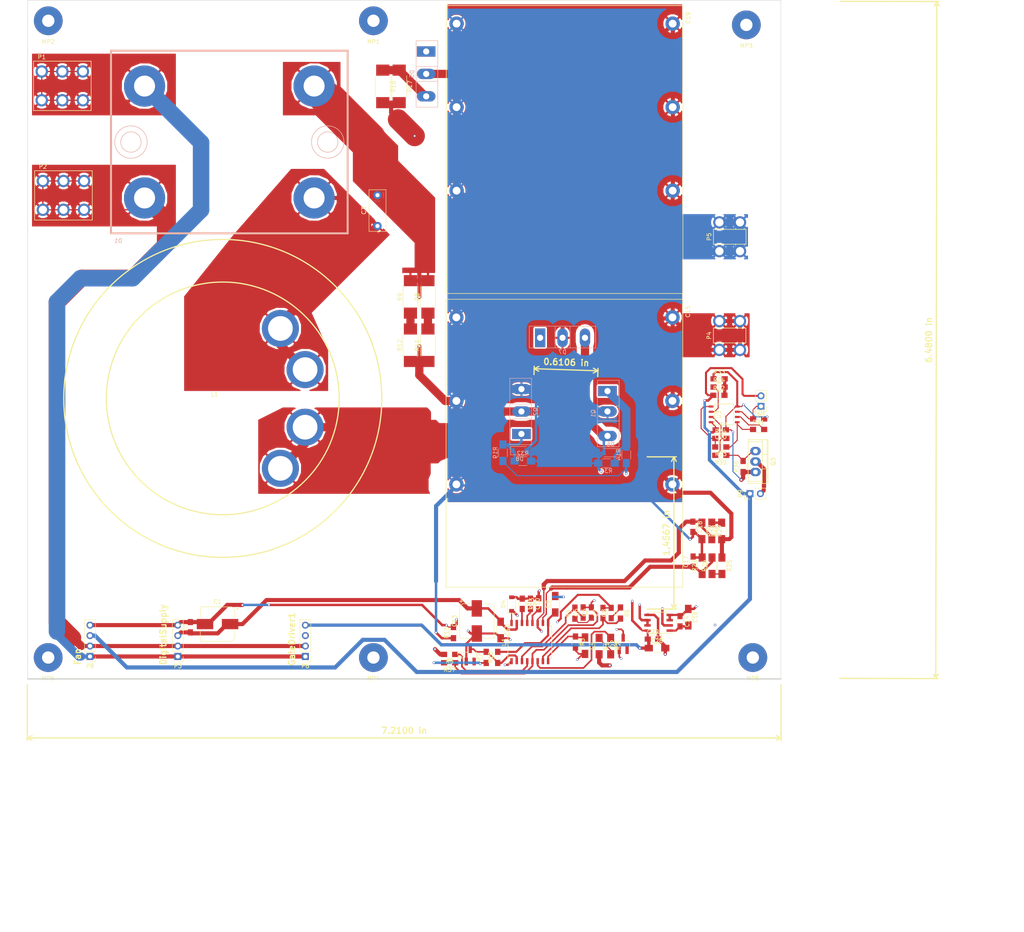
<source format=kicad_pcb>
(kicad_pcb (version 4) (host pcbnew 4.0.7)
  (layers (0 F.Cu mixed hide) (1 In1.Cu power) (2 In2.Cu power) (31 B.Cu mixed hide) (34 B.Paste user) (35 F.Paste user) (36 B.SilkS user) (37 F.SilkS user) (38 B.Mask user) (39 F.Mask user) (44 Edge.Cuts user))
  (net 0 "")
  (net 1 +12V)
  (net 2 GNDD)
  (net 3 "Net-(C4-Pad1)")
  (net 4 "Net-(C5-Pad1)")
  (net 5 "Net-(C5-Pad2)")
  (net 6 "Net-(C6-Pad1)")
  (net 7 "Net-(C7-Pad1)")
  (net 8 "Net-(C18-Pad1)")
  (net 9 "Net-(C8-Pad1)")
  (net 10 Vref)
  (net 11 "Net-(C10-Pad2)")
  (net 12 "Net-(C11-Pad2)")
  (net 13 GNDA)
  (net 14 "Net-(C17-Pad1)")
  (net 15 /PH1)
  (net 16 /PH2)
  (net 17 "Net-(D3-Pad3)")
  (net 18 "Net-(R1-Pad1)")
  (net 19 "Net-(R2-Pad1)")
  (net 20 "Net-(R5-Pad1)")
  (net 21 "Net-(R11-Pad2)")
  (net 22 "Net-(R12-Pad2)")
  (net 23 "Net-(R13-Pad1)")
  (net 24 "Net-(R25-Pad2)")
  (net 25 "Net-(R28-Pad2)")
  (net 26 /Bridge+)
  (net 27 /Bridge-)
  (net 28 /Vout+)
  (net 29 /Gate)
  (net 30 /CrtPad)
  (net 31 "Net-(R14-Pad2)")
  (net 32 "Net-(C14-Pad2)")
  (net 33 "Net-(D5-Pad3)")
  (net 34 "Net-(D6-Pad1)")
  (net 35 "Net-(D8-Pad1)")
  (net 36 "Net-(P7-Pad1)")
  (net 37 "Net-(P9-Pad2)")
  (net 38 "Net-(Q3-Pad1)")
  (net 39 "Net-(R21-Pad1)")
  (net 40 "Net-(R21-Pad2)")
  (net 41 "Net-(R22-Pad2)")
  (net 42 "Net-(R23-Pad2)")
  (net 43 "Net-(R24-Pad1)")
  (net 44 "Net-(R34-Pad2)")
  (net 45 /15V/1)
  (net 46 +15V)
  (module Capacitors_SMD:C_0805_HandSoldering (layer F.Cu) (at 193.951223 213.851883 90)
    (fp_text reference C5 (at 0 -1.75 90) (layer F.SilkS))
    (fp_text value C_Small)
    (pad 1 smd rect (at -1.25 0 90) (size 1.5 1.25) (layers F.Cu F.Paste F.Mask) (net 4 "Net-(C5-Pad1)"))
    (pad 2 smd rect (at 1.25 0 90) (size 1.5 1.25) (layers F.Cu F.Paste F.Mask) (net 5 "Net-(C5-Pad2)"))
  )
  (module TO_SOT_Packages_SMD:SOT-23_Handsoldering (layer F.Cu) (at 201.676 221.488 90)
    (fp_text reference D2 (at 0 -2.5 90) (layer F.SilkS))
    (fp_text value BAS40-00)
    (pad 1 smd rect (at -1.5 -0.95 90) (size 1.9 0.8) (layers F.Cu F.Paste F.Mask) (net 2 GNDD))
    (pad 2 smd rect (at -1.5 0.95 90) (size 1.9 0.8) (layers F.Cu F.Paste F.Mask))
    (pad 3 smd rect (at 1.5 0 90) (size 1.9 0.8) (layers F.Cu F.Paste F.Mask) (net 5 "Net-(C5-Pad2)"))
  )
  (module Resistors_SMD:R_1206_HandSoldering (layer F.Cu) (at 223.267111 202.480593 90)
    (fp_text reference R26 (at 0 -1.85 90) (layer F.SilkS))
    (fp_text value R_Small)
    (pad 1 smd rect (at -2 0 90) (size 2 1.7) (layers F.Cu F.Paste F.Mask) (net 24 "Net-(R25-Pad2)"))
    (pad 2 smd rect (at 2 0 90) (size 2 1.7) (layers F.Cu F.Paste F.Mask) (net 14 "Net-(C17-Pad1)"))
  )
  (module Resistors_SMD:R_1206_HandSoldering (layer F.Cu) (at 220.867111 202.480593 90)
    (fp_text reference R27 (at 0 -1.85 90) (layer F.SilkS))
    (fp_text value R_Small)
    (pad 1 smd rect (at -2 0 90) (size 2 1.7) (layers F.Cu F.Paste F.Mask) (net 14 "Net-(C17-Pad1)"))
    (pad 2 smd rect (at 2 0 90) (size 2 1.7) (layers F.Cu F.Paste F.Mask) (net 13 GNDA))
  )
  (module TO_SOT_Packages_THT:TO-247_TO-3P_Vertical (layer B.Cu) (at 197.866 160.02 270)
    (fp_text reference Q1 (at 5.45 3.45 270) (layer B.SilkS) (effects (justify mirror)))
    (fp_text value Q_NMOS_GDS)
    (pad 1 thru_hole rect (at 0 0 270) (size 2.5 4.5) (drill 1.5) (layers *.Cu *.Mask) (net 34 "Net-(D6-Pad1)"))
    (pad 2 thru_hole oval (at 4.95 0 270) (size 2.5 4.5) (drill 1.5) (layers *.Cu *.Mask) (net 13 GNDA))
    (pad 3 thru_hole oval (at 10.9 0 270) (size 2.5 4.5) (drill 1.5) (layers *.Cu *.Mask) (net 30 /CrtPad))
  )
  (module Capacitors_SMD:C_1206_HandSoldering (layer F.Cu) (at 209.9 222.5)
    (fp_text reference C28 (at 0 -1.75) (layer F.SilkS))
    (fp_text value 1u)
    (pad 1 smd rect (at -2 0) (size 2 1.6) (layers F.Cu F.Paste F.Mask) (net 13 GNDA))
    (pad 2 smd rect (at 2 0) (size 2 1.6) (layers F.Cu F.Paste F.Mask) (net 45 /15V/1))
  )
  (module Pin_Headers:Pin_Header_Straight_1x04_Pitch2.54mm (layer F.Cu) (at 93.472 224.536 180)
    (fp_text reference P3 (at 0 -2.33 180) (layer F.SilkS))
    (fp_text value CONN_01X04)
    (pad 1 thru_hole rect (at 0 0 180) (size 1.7 1.7) (drill 1) (layers *.Cu *.Mask) (net 16 /PH2))
    (pad 2 thru_hole oval (at 0 2.54 180) (size 1.7 1.7) (drill 1) (layers *.Cu *.Mask) (net 15 /PH1))
    (pad 3 thru_hole oval (at 0 5.08 180) (size 1.7 1.7) (drill 1) (layers *.Cu *.Mask) (net 1 +12V))
    (pad 4 thru_hole oval (at 0 7.62 180) (size 1.7 1.7) (drill 1) (layers *.Cu *.Mask) (net 2 GNDD))
  )
  (module Resistors_SMD:R_1206_HandSoldering (layer F.Cu) (at 225.667111 202.480593 270)
    (fp_text reference R25 (at 0 -1.85 270) (layer F.SilkS))
    (fp_text value R_Small)
    (pad 1 smd rect (at -2 0 270) (size 2 1.7) (layers F.Cu F.Paste F.Mask) (net 28 /Vout+))
    (pad 2 smd rect (at 2 0 270) (size 2 1.7) (layers F.Cu F.Paste F.Mask) (net 24 "Net-(R25-Pad2)"))
  )
  (module Capacitors_SMD:C_0805_HandSoldering (layer F.Cu) (at 177.156924 211.72537 270)
    (fp_text reference C11 (at 0 -1.75 270) (layer F.SilkS))
    (fp_text value C_Small)
    (pad 1 smd rect (at -1.25 0 270) (size 1.5 1.25) (layers F.Cu F.Paste F.Mask) (net 2 GNDD))
    (pad 2 smd rect (at 1.25 0 270) (size 1.5 1.25) (layers F.Cu F.Paste F.Mask) (net 12 "Net-(C11-Pad2)"))
  )
  (module Resistors_SMD:R_0805_HandSoldering (layer F.Cu) (at 160.446 218.736 90)
    (fp_text reference R15 (at 0 -1.7 90) (layer F.SilkS))
    (fp_text value R_Small)
    (pad 1 smd rect (at -1.35 0 90) (size 1.5 1.3) (layers F.Cu F.Paste F.Mask) (net 13 GNDA))
    (pad 2 smd rect (at 1.35 0 90) (size 1.5 1.3) (layers F.Cu F.Paste F.Mask) (net 2 GNDD))
  )
  (module Capacitors_SMD:CP_Elec_8x10 (layer F.Cu) (at 166.116 215.9 270)
    (fp_text reference C13 (at 0 5.45 270) (layer F.SilkS))
    (fp_text value 100u)
    (fp_text user + (at -4.78 3.9 270) (layer F.SilkS))
    (pad 1 smd rect (at -3.05 0 90) (size 4 2.5) (layers F.Cu F.Paste F.Mask) (net 1 +12V))
    (pad 2 smd rect (at 3.05 0 90) (size 4 2.5) (layers F.Cu F.Paste F.Mask) (net 2 GNDD))
  )
  (module Capacitors_SMD:C_1206_HandSoldering (layer F.Cu) (at 171.906 218.094 270)
    (fp_text reference C12 (at 0 -1.75 270) (layer F.SilkS))
    (fp_text value 1u)
    (pad 1 smd rect (at -2 0 270) (size 2 1.6) (layers F.Cu F.Paste F.Mask) (net 1 +12V))
    (pad 2 smd rect (at 2 0 270) (size 2 1.6) (layers F.Cu F.Paste F.Mask) (net 2 GNDD))
  )
  (module Capacitors_SMD:C_0805_HandSoldering (layer F.Cu) (at 179.156924 211.72537 270)
    (fp_text reference C10 (at 0 -1.75 270) (layer F.SilkS))
    (fp_text value C_Small)
    (pad 1 smd rect (at -1.25 0 270) (size 1.5 1.25) (layers F.Cu F.Paste F.Mask) (net 2 GNDD))
    (pad 2 smd rect (at 1.25 0 270) (size 1.5 1.25) (layers F.Cu F.Paste F.Mask) (net 11 "Net-(C10-Pad2)"))
  )
  (module Diodes_SMD:D_SOD-123 (layer F.Cu) (at 174.565701 211.791487 90)
    (fp_text reference D4 (at 0 -2 90) (layer F.SilkS))
    (fp_text value ZENERsmall)
    (pad 1 smd rect (at -1.65 0 90) (size 0.9 1.2) (layers F.Cu F.Paste F.Mask) (net 29 /Gate))
    (pad 2 smd rect (at 1.65 0 90) (size 0.9 1.2) (layers F.Cu F.Paste F.Mask) (net 2 GNDD))
  )
  (module Capacitors_SMD:C_1206_HandSoldering (layer F.Cu) (at 192.401611 221.912897 270)
    (fp_text reference C4 (at 0 -1.75 270) (layer F.SilkS))
    (fp_text value CP1_Small)
    (pad 1 smd rect (at -2 0 270) (size 2 1.6) (layers F.Cu F.Paste F.Mask) (net 3 "Net-(C4-Pad1)"))
    (pad 2 smd rect (at 2 0 270) (size 2 1.6) (layers F.Cu F.Paste F.Mask) (net 2 GNDD))
  )
  (module Resistors_SMD:R_1206_HandSoldering (layer F.Cu) (at 195.832012 222.006758 270)
    (fp_text reference R1 (at 0 -1.85 270) (layer F.SilkS))
    (fp_text value 382k)
    (pad 1 smd rect (at -2 0 270) (size 2 1.7) (layers F.Cu F.Paste F.Mask) (net 18 "Net-(R1-Pad1)"))
    (pad 2 smd rect (at 2 0 270) (size 2 1.7) (layers F.Cu F.Paste F.Mask) (net 26 /Bridge+))
  )
  (module Resistors_SMD:R_0805_HandSoldering (layer F.Cu) (at 159.512 224.028 180)
    (fp_text reference R5 (at 0 -1.7 180) (layer F.SilkS))
    (fp_text value R_Small)
    (pad 1 smd rect (at -1.35 0 180) (size 1.5 1.3) (layers F.Cu F.Paste F.Mask) (net 20 "Net-(R5-Pad1)"))
    (pad 2 smd rect (at 1.35 0 180) (size 1.5 1.3) (layers F.Cu F.Paste F.Mask) (net 13 GNDA))
  )
  (module Resistors_SMD:R_0805_HandSoldering (layer F.Cu) (at 189.951223 214.001883 90)
    (fp_text reference R4 (at 0 -1.7 90) (layer F.SilkS))
    (fp_text value R_Small)
    (pad 1 smd rect (at -1.35 0 90) (size 1.5 1.3) (layers F.Cu F.Paste F.Mask) (net 4 "Net-(C5-Pad1)"))
    (pad 2 smd rect (at 1.35 0 90) (size 1.5 1.3) (layers F.Cu F.Paste F.Mask) (net 6 "Net-(C6-Pad1)"))
  )
  (module TO_SOT_Packages_SMD:SOT-23_Handsoldering (layer F.Cu) (at 164.511223 224.257883 90)
    (fp_text reference D3 (at 0 -2.5 90) (layer F.SilkS))
    (fp_text value BAS40-00)
    (pad 1 smd rect (at -1.5 -0.95 90) (size 1.9 0.8) (layers F.Cu F.Paste F.Mask) (net 2 GNDD))
    (pad 2 smd rect (at -1.5 0.95 90) (size 1.9 0.8) (layers F.Cu F.Paste F.Mask))
    (pad 3 smd rect (at 1.5 0 90) (size 1.9 0.8) (layers F.Cu F.Paste F.Mask) (net 17 "Net-(D3-Pad3)"))
  )
  (module Capacitors_SMD:C_1206_HandSoldering (layer F.Cu) (at 185.166 211.836 90)
    (fp_text reference C9 (at 0 -1.75 90) (layer F.SilkS))
    (fp_text value CP1_Small)
    (pad 1 smd rect (at -2 0 90) (size 2 1.6) (layers F.Cu F.Paste F.Mask) (net 10 Vref))
    (pad 2 smd rect (at 2 0 90) (size 2 1.6) (layers F.Cu F.Paste F.Mask) (net 2 GNDD))
  )
  (module Resistors_SMD:R_0805_HandSoldering (layer F.Cu) (at 190.085494 221.021674 270)
    (fp_text reference R3 (at 0 -1.7 270) (layer F.SilkS))
    (fp_text value R_Small)
    (pad 1 smd rect (at -1.35 0 270) (size 1.5 1.3) (layers F.Cu F.Paste F.Mask) (net 3 "Net-(C4-Pad1)"))
    (pad 2 smd rect (at 1.35 0 270) (size 1.5 1.3) (layers F.Cu F.Paste F.Mask) (net 2 GNDD))
  )
  (module Housings_SOIC:SOIC-16W_7.5x10.3mm_Pitch1.27mm (layer F.Cu) (at 178.997223 221.027883 90)
    (fp_text reference U1 (at 0 -6.25 90) (layer F.SilkS))
    (fp_text value UCC3818)
    (pad 1 smd rect (at -4.65 -4.445 90) (size 1.5 0.6) (layers F.Cu F.Paste F.Mask) (net 2 GNDD))
    (pad 2 smd rect (at -4.65 -3.175 90) (size 1.5 0.6) (layers F.Cu F.Paste F.Mask) (net 17 "Net-(D3-Pad3)"))
    (pad 3 smd rect (at -4.65 -1.905 90) (size 1.5 0.6) (layers F.Cu F.Paste F.Mask) (net 6 "Net-(C6-Pad1)"))
    (pad 4 smd rect (at -4.65 -0.635 90) (size 1.5 0.6) (layers F.Cu F.Paste F.Mask) (net 20 "Net-(R5-Pad1)"))
    (pad 5 smd rect (at -4.65 0.635 90) (size 1.5 0.6) (layers F.Cu F.Paste F.Mask) (net 5 "Net-(C5-Pad2)"))
    (pad 6 smd rect (at -4.65 1.905 90) (size 1.5 0.6) (layers F.Cu F.Paste F.Mask) (net 19 "Net-(R2-Pad1)"))
    (pad 7 smd rect (at -4.65 3.175 90) (size 1.5 0.6) (layers F.Cu F.Paste F.Mask) (net 7 "Net-(C7-Pad1)"))
    (pad 8 smd rect (at -4.65 4.445 90) (size 1.5 0.6) (layers F.Cu F.Paste F.Mask) (net 3 "Net-(C4-Pad1)"))
    (pad 9 smd rect (at 4.65 4.445 90) (size 1.5 0.6) (layers F.Cu F.Paste F.Mask) (net 10 Vref))
    (pad 10 smd rect (at 4.65 3.175 90) (size 1.5 0.6) (layers F.Cu F.Paste F.Mask) (net 14 "Net-(C17-Pad1)"))
    (pad 11 smd rect (at 4.65 1.905 90) (size 1.5 0.6) (layers F.Cu F.Paste F.Mask) (net 8 "Net-(C18-Pad1)"))
    (pad 12 smd rect (at 4.65 0.635 90) (size 1.5 0.6) (layers F.Cu F.Paste F.Mask) (net 23 "Net-(R13-Pad1)"))
    (pad 13 smd rect (at 4.65 -0.635 90) (size 1.5 0.6) (layers F.Cu F.Paste F.Mask) (net 11 "Net-(C10-Pad2)"))
    (pad 14 smd rect (at 4.65 -1.905 90) (size 1.5 0.6) (layers F.Cu F.Paste F.Mask) (net 12 "Net-(C11-Pad2)"))
    (pad 15 smd rect (at 4.65 -3.175 90) (size 1.5 0.6) (layers F.Cu F.Paste F.Mask) (net 1 +12V))
    (pad 16 smd rect (at 4.65 -4.445 90) (size 1.5 0.6) (layers F.Cu F.Paste F.Mask) (net 29 /Gate))
  )
  (module Capacitors_SMD:C_0805_HandSoldering (layer F.Cu) (at 198.767883 213.972777 90)
    (fp_text reference C8 (at 0 -1.75 90) (layer F.SilkS))
    (fp_text value C_Small)
    (pad 1 smd rect (at -1.25 0 90) (size 1.5 1.25) (layers F.Cu F.Paste F.Mask) (net 9 "Net-(C8-Pad1)"))
    (pad 2 smd rect (at 1.25 0 90) (size 1.5 1.25) (layers F.Cu F.Paste F.Mask) (net 8 "Net-(C18-Pad1)"))
  )
  (module Capacitors_SMD:C_0805_HandSoldering (layer F.Cu) (at 196.767883 213.972777 90)
    (fp_text reference C7 (at 0 -1.75 90) (layer F.SilkS))
    (fp_text value C_Small)
    (pad 1 smd rect (at -1.25 0 90) (size 1.5 1.25) (layers F.Cu F.Paste F.Mask) (net 7 "Net-(C7-Pad1)"))
    (pad 2 smd rect (at 1.25 0 90) (size 1.5 1.25) (layers F.Cu F.Paste F.Mask) (net 8 "Net-(C18-Pad1)"))
  )
  (module Resistors_SMD:R_0805_HandSoldering (layer F.Cu) (at 201.017883 213.972777 270)
    (fp_text reference R6 (at 0 -1.7 270) (layer F.SilkS))
    (fp_text value R_Small)
    (pad 1 smd rect (at -1.35 0 270) (size 1.5 1.3) (layers F.Cu F.Paste F.Mask) (net 9 "Net-(C8-Pad1)"))
    (pad 2 smd rect (at 1.35 0 270) (size 1.5 1.3) (layers F.Cu F.Paste F.Mask) (net 7 "Net-(C7-Pad1)"))
  )
  (module Resistors_SMD:R_1206_HandSoldering (layer F.Cu) (at 225.608 194.014 90)
    (fp_text reference R28 (at 0 -1.85 90) (layer F.SilkS))
    (fp_text value R_Small)
    (pad 1 smd rect (at -2 0 90) (size 2 1.7) (layers F.Cu F.Paste F.Mask) (net 28 /Vout+))
    (pad 2 smd rect (at 2 0 90) (size 2 1.7) (layers F.Cu F.Paste F.Mask) (net 25 "Net-(R28-Pad2)"))
  )
  (module Resistors_SMD:R_1206_HandSoldering (layer F.Cu) (at 220.808 194.014 270)
    (fp_text reference R30 (at 0 -1.85 270) (layer F.SilkS))
    (fp_text value R_Small)
    (pad 1 smd rect (at -2 0 270) (size 2 1.7) (layers F.Cu F.Paste F.Mask) (net 8 "Net-(C18-Pad1)"))
    (pad 2 smd rect (at 2 0 270) (size 2 1.7) (layers F.Cu F.Paste F.Mask) (net 13 GNDA))
  )
  (module Capacitors_SMD:C_0805_HandSoldering (layer F.Cu) (at 218.608 193.014 270)
    (fp_text reference C18 (at 0 -1.75 270) (layer F.SilkS))
    (fp_text value C_Small)
    (pad 1 smd rect (at -1.25 0 270) (size 1.5 1.25) (layers F.Cu F.Paste F.Mask) (net 8 "Net-(C18-Pad1)"))
    (pad 2 smd rect (at 1.25 0 270) (size 1.5 1.25) (layers F.Cu F.Paste F.Mask) (net 13 GNDA))
  )
  (module Resistors_SMD:R_0805_HandSoldering (layer F.Cu) (at 181.156924 211.72537 90)
    (fp_text reference R13 (at 0 -1.7 90) (layer F.SilkS))
    (fp_text value R_Small)
    (pad 1 smd rect (at -1.35 0 90) (size 1.5 1.3) (layers F.Cu F.Paste F.Mask) (net 23 "Net-(R13-Pad1)"))
    (pad 2 smd rect (at 1.35 0 90) (size 1.5 1.3) (layers F.Cu F.Paste F.Mask) (net 2 GNDD))
  )
  (module Resistors_SMD:R_1206_HandSoldering (layer F.Cu) (at 198.632012 222.006758 270)
    (fp_text reference R2 (at 0 -1.85 270) (layer F.SilkS))
    (fp_text value 383k)
    (pad 1 smd rect (at -2 0 270) (size 2 1.7) (layers F.Cu F.Paste F.Mask) (net 19 "Net-(R2-Pad1)"))
    (pad 2 smd rect (at 2 0 270) (size 2 1.7) (layers F.Cu F.Paste F.Mask) (net 18 "Net-(R1-Pad1)"))
  )
  (module Resistors_SMD:R_0805_HandSoldering (layer F.Cu) (at 168.402 224.757883 90)
    (fp_text reference R7 (at 0 -1.7 90) (layer F.SilkS))
    (fp_text value R_Small)
    (pad 1 smd rect (at -1.35 0 90) (size 1.5 1.3) (layers F.Cu F.Paste F.Mask) (net 27 /Bridge-))
    (pad 2 smd rect (at 1.35 0 90) (size 1.5 1.3) (layers F.Cu F.Paste F.Mask) (net 17 "Net-(D3-Pad3)"))
  )
  (module Resistors_SMD:R_0805_HandSoldering (layer F.Cu) (at 171.196 224.757883 90)
    (fp_text reference R10 (at 0 -1.7 90) (layer F.SilkS))
    (fp_text value R_Small)
    (pad 1 smd rect (at -1.35 0 90) (size 1.5 1.3) (layers F.Cu F.Paste F.Mask) (net 17 "Net-(D3-Pad3)"))
    (pad 2 smd rect (at 1.35 0 90) (size 1.5 1.3) (layers F.Cu F.Paste F.Mask) (net 10 Vref))
  )
  (module Capacitors_SMD:C_0805_HandSoldering (layer F.Cu) (at 191.951223 213.851883 90)
    (fp_text reference C6 (at 0 -1.75 90) (layer F.SilkS))
    (fp_text value C_Small)
    (pad 1 smd rect (at -1.25 0 90) (size 1.5 1.25) (layers F.Cu F.Paste F.Mask) (net 6 "Net-(C6-Pad1)"))
    (pad 2 smd rect (at 1.25 0 90) (size 1.5 1.25) (layers F.Cu F.Paste F.Mask) (net 5 "Net-(C5-Pad2)"))
  )
  (module Capacitors_SMD:C_0805_HandSoldering (layer F.Cu) (at 218.667111 201.480593 90)
    (fp_text reference C17 (at 0 -1.75 90) (layer F.SilkS))
    (fp_text value C_Small)
    (pad 1 smd rect (at -1.25 0 90) (size 1.5 1.25) (layers F.Cu F.Paste F.Mask) (net 14 "Net-(C17-Pad1)"))
    (pad 2 smd rect (at 1.25 0 90) (size 1.5 1.25) (layers F.Cu F.Paste F.Mask) (net 13 GNDA))
  )
  (module Resistors_SMD:R_1206_HandSoldering (layer F.Cu) (at 223.208 194.014 270)
    (fp_text reference R29 (at 0 -1.85 270) (layer F.SilkS))
    (fp_text value R_Small)
    (pad 1 smd rect (at -2 0 270) (size 2 1.7) (layers F.Cu F.Paste F.Mask) (net 25 "Net-(R28-Pad2)"))
    (pad 2 smd rect (at 2 0 270) (size 2 1.7) (layers F.Cu F.Paste F.Mask) (net 8 "Net-(C18-Pad1)"))
  )
  (module NamchoLibs:Conn_4pins_15A (layer F.Cu) (at 227.558 122.504)
    (fp_text reference P5 (at -5 0 90) (layer F.SilkS))
    (fp_text value CONN_02X02)
    (pad 1 thru_hole circle (at 2.5 -3.5) (size 3 3) (drill 2) (layers *.Cu *.Mask) (net 13 GNDA))
    (pad 3 thru_hole circle (at -2.5 -3.5) (size 3 3) (drill 2) (layers *.Cu *.Mask) (net 13 GNDA))
    (pad 2 thru_hole circle (at 2.5 3.5) (size 3 3) (drill 2) (layers *.Cu *.Mask) (net 13 GNDA))
    (pad 4 thru_hole circle (at -2.5 3.5) (size 3 3) (drill 2) (layers *.Cu *.Mask) (net 13 GNDA))
  )
  (module Capacitors_SMD:CP_Elec_8x10 (layer F.Cu) (at 103.124 216.662 180)
    (fp_text reference C1 (at 0 5.45 180) (layer F.SilkS))
    (fp_text value 100u)
    (fp_text user + (at -4.78 3.9 180) (layer F.SilkS))
    (pad 1 smd rect (at -3.05 0) (size 4 2.5) (layers F.Cu F.Paste F.Mask) (net 1 +12V))
    (pad 2 smd rect (at 3.05 0) (size 4 2.5) (layers F.Cu F.Paste F.Mask) (net 2 GNDD))
  )
  (module Capacitors_SMD:C_0805_HandSoldering (layer F.Cu) (at 96.52 217.424 90)
    (fp_text reference C2 (at 0 -1.75 90) (layer F.SilkS))
    (fp_text value 100n)
    (pad 1 smd rect (at -1.25 0 90) (size 1.5 1.25) (layers F.Cu F.Paste F.Mask) (net 1 +12V))
    (pad 2 smd rect (at 1.25 0 90) (size 1.5 1.25) (layers F.Cu F.Paste F.Mask) (net 2 GNDD))
  )
  (module Capacitors_ThroughHole:C_Rect_L10.0mm_W4.0mm_P7.50mm_MKS4 (layer F.Cu) (at 141.984 119.888 90)
    (fp_text reference C3 (at 3.75 -3.31 90) (layer F.SilkS))
    (fp_text value C)
    (pad 1 thru_hole circle (at 0 0 90) (size 2 2) (drill 1) (layers *.Cu *.Mask) (net 26 /Bridge+))
    (pad 2 thru_hole circle (at 7.5 0 90) (size 2 2) (drill 1) (layers *.Cu *.Mask) (net 27 /Bridge-))
  )
  (module TO_SOT_Packages_THT:TO-247_TO-3P_Vertical (layer B.Cu) (at 181.494 147.066)
    (fp_text reference D7 (at 5.45 3.45) (layer B.SilkS) (effects (justify mirror)))
    (fp_text value C5D50065D)
    (pad 1 thru_hole rect (at 0 0) (size 2.5 4.5) (drill 1.5) (layers *.Cu *.Mask))
    (pad 2 thru_hole oval (at 5.45 0) (size 2.5 4.5) (drill 1.5) (layers *.Cu *.Mask) (net 28 /Vout+))
    (pad 3 thru_hole oval (at 10.9 0) (size 2.5 4.5) (drill 1.5) (layers *.Cu *.Mask) (net 30 /CrtPad))
  )
  (module NamchoLibs:OD_77.80xID_39.34xHT_25.85_Horizantal (layer F.Cu) (at 104.394 161.798)
    (fp_text reference L1 (at -2 -1) (layer F.SilkS))
    (fp_text value INDUCTOR_2)
    (pad 4 thru_hole circle (at 14 17) (size 9 9) (drill 6) (layers *.Cu *.Mask) (net 30 /CrtPad))
    (pad 3 thru_hole circle (at 20 7) (size 9 9) (drill 6) (layers *.Cu *.Mask) (net 30 /CrtPad))
    (pad 2 thru_hole circle (at 20 -7) (size 9 9) (drill 6) (layers *.Cu *.Mask) (net 26 /Bridge+))
    (pad 1 thru_hole circle (at 14 -17) (size 9 9) (drill 6) (layers *.Cu *.Mask) (net 26 /Bridge+))
  )
  (module NamchoLibs:SCREW_3mm (layer F.Cu) (at 141 70 180)
    (fp_text reference MP1 (at 0 -5.08 180) (layer F.SilkS))
    (fp_text value SCREW)
    (pad 1 thru_hole circle (at 0 0 180) (size 7 7) (drill 3) (layers *.Cu *.Mask))
  )
  (module NamchoLibs:SCREW_3mm (layer F.Cu) (at 62 70 180)
    (fp_text reference MP2 (at 0 -5.08 180) (layer F.SilkS))
    (fp_text value SCREW)
    (pad 1 thru_hole circle (at 0 0 180) (size 7 7) (drill 3) (layers *.Cu *.Mask))
  )
  (module NamchoLibs:SCREW_3mm (layer F.Cu) (at 231.6 71 180)
    (fp_text reference MP3 (at 0 -5.08 180) (layer F.SilkS))
    (fp_text value SCREW)
    (pad 1 thru_hole circle (at 0 0 180) (size 7 7) (drill 3) (layers *.Cu *.Mask))
  )
  (module NamchoLibs:SCREW_3mm (layer F.Cu) (at 141 224.79 180)
    (fp_text reference MP4 (at 0 -5.08 180) (layer F.SilkS))
    (fp_text value SCREW)
    (pad 1 thru_hole circle (at 0 0 180) (size 7 7) (drill 3) (layers *.Cu *.Mask))
  )
  (module NamchoLibs:SCREW_3mm (layer F.Cu) (at 233.172 224.79 180)
    (fp_text reference MP5 (at 0 -5.08 180) (layer F.SilkS))
    (fp_text value SCREW)
    (pad 1 thru_hole circle (at 0 0 180) (size 7 7) (drill 3) (layers *.Cu *.Mask))
  )
  (module NamchoLibs:SCREW_3mm (layer F.Cu) (at 61.976 224.79 180)
    (fp_text reference MP6 (at 0 -5.08 180) (layer F.SilkS))
    (fp_text value SCREW)
    (pad 1 thru_hole circle (at 0 0 180) (size 7 7) (drill 3) (layers *.Cu *.Mask))
  )
  (module NamchoLibs:Conn_6pins_30A (layer F.Cu) (at 65.411 85.825)
    (fp_text reference P1 (at -5 -7) (layer F.SilkS))
    (fp_text value CONN_02X03)
    (pad 3 thru_hole circle (at 0 -3.5) (size 3 3) (drill 2) (layers *.Cu *.Mask) (net 16 /PH2))
    (pad 4 thru_hole circle (at 0 3.5) (size 3 3) (drill 2) (layers *.Cu *.Mask) (net 16 /PH2))
    (pad 1 thru_hole circle (at 5 -3.5) (size 3 3) (drill 2) (layers *.Cu *.Mask) (net 16 /PH2))
    (pad 5 thru_hole circle (at -5 -3.5) (size 3 3) (drill 2) (layers *.Cu *.Mask) (net 16 /PH2))
    (pad 2 thru_hole circle (at 5 3.5) (size 3 3) (drill 2) (layers *.Cu *.Mask) (net 16 /PH2))
    (pad 6 thru_hole circle (at -5 3.5) (size 3 3) (drill 2) (layers *.Cu *.Mask) (net 16 /PH2))
  )
  (module NamchoLibs:Conn_6pins_30A (layer F.Cu) (at 65.686 112.45)
    (fp_text reference P2 (at -5 -7) (layer F.SilkS))
    (fp_text value CONN_02X03)
    (pad 3 thru_hole circle (at 0 -3.5) (size 3 3) (drill 2) (layers *.Cu *.Mask) (net 15 /PH1))
    (pad 4 thru_hole circle (at 0 3.5) (size 3 3) (drill 2) (layers *.Cu *.Mask) (net 15 /PH1))
    (pad 1 thru_hole circle (at 5 -3.5) (size 3 3) (drill 2) (layers *.Cu *.Mask) (net 15 /PH1))
    (pad 5 thru_hole circle (at -5 -3.5) (size 3 3) (drill 2) (layers *.Cu *.Mask) (net 15 /PH1))
    (pad 2 thru_hole circle (at 5 3.5) (size 3 3) (drill 2) (layers *.Cu *.Mask) (net 15 /PH1))
    (pad 6 thru_hole circle (at -5 3.5) (size 3 3) (drill 2) (layers *.Cu *.Mask) (net 15 /PH1))
  )
  (module Pin_Headers:Pin_Header_Straight_1x04_Pitch2.54mm (layer F.Cu) (at 124.46 224.536 180)
    (fp_text reference P6 (at 0 -2.33 180) (layer F.SilkS))
    (fp_text value CONN_01X04)
    (pad 1 thru_hole rect (at 0 0 180) (size 1.7 1.7) (drill 1) (layers *.Cu *.Mask) (net 16 /PH2))
    (pad 2 thru_hole oval (at 0 2.54 180) (size 1.7 1.7) (drill 1) (layers *.Cu *.Mask) (net 15 /PH1))
    (pad 3 thru_hole oval (at 0 5.08 180) (size 1.7 1.7) (drill 1) (layers *.Cu *.Mask) (net 45 /15V/1))
    (pad 4 thru_hole oval (at 0 7.62 180) (size 1.7 1.7) (drill 1) (layers *.Cu *.Mask) (net 13 GNDA))
  )
  (module TO_SOT_Packages_THT:TO-247_TO-3P_Vertical (layer B.Cu) (at 176.958 170.434 90)
    (fp_text reference Q2 (at 5.45 3.45 90) (layer B.SilkS) (effects (justify mirror)))
    (fp_text value Q_NMOS_GDS)
    (pad 1 thru_hole rect (at 0 0 90) (size 2.5 4.5) (drill 1.5) (layers *.Cu *.Mask) (net 35 "Net-(D8-Pad1)"))
    (pad 2 thru_hole oval (at 5.45 0 90) (size 2.5 4.5) (drill 1.5) (layers *.Cu *.Mask) (net 30 /CrtPad))
    (pad 3 thru_hole oval (at 10.9 0 90) (size 2.5 4.5) (drill 1.5) (layers *.Cu *.Mask) (net 13 GNDA))
  )
  (module Resistors_SMD:R_2512_HandSoldering (layer F.Cu) (at 154.238314 137.121 90)
    (fp_text reference R8 (at 0 -2.6 90) (layer F.SilkS))
    (fp_text value 0.003)
    (pad 1 smd rect (at -3.95 0 90) (size 2.7 3.2) (layers F.Cu F.Paste F.Mask) (net 21 "Net-(R11-Pad2)"))
    (pad 2 smd rect (at 3.95 0 90) (size 2.7 3.2) (layers F.Cu F.Paste F.Mask) (net 27 /Bridge-))
  )
  (module Resistors_SMD:R_2512_HandSoldering (layer F.Cu) (at 149.988314 137.121 90)
    (fp_text reference R9 (at 0 -2.6 90) (layer F.SilkS))
    (fp_text value 0.003)
    (pad 1 smd rect (at -3.95 0 90) (size 2.7 3.2) (layers F.Cu F.Paste F.Mask) (net 22 "Net-(R12-Pad2)"))
    (pad 2 smd rect (at 3.95 0 90) (size 2.7 3.2) (layers F.Cu F.Paste F.Mask) (net 27 /Bridge-))
  )
  (module Resistors_SMD:R_2512_HandSoldering (layer F.Cu) (at 154.238314 148.871 90)
    (fp_text reference R11 (at 0 -2.6 90) (layer F.SilkS))
    (fp_text value 0.003)
    (pad 1 smd rect (at -3.95 0 90) (size 2.7 3.2) (layers F.Cu F.Paste F.Mask) (net 13 GNDA))
    (pad 2 smd rect (at 3.95 0 90) (size 2.7 3.2) (layers F.Cu F.Paste F.Mask) (net 21 "Net-(R11-Pad2)"))
  )
  (module Resistors_SMD:R_2512_HandSoldering (layer F.Cu) (at 149.988314 148.871 90)
    (fp_text reference R12 (at 0 -2.6 90) (layer F.SilkS))
    (fp_text value 0.003)
    (pad 1 smd rect (at -3.95 0 90) (size 2.7 3.2) (layers F.Cu F.Paste F.Mask) (net 13 GNDA))
    (pad 2 smd rect (at 3.95 0 90) (size 2.7 3.2) (layers F.Cu F.Paste F.Mask) (net 22 "Net-(R12-Pad2)"))
  )
  (module Resistors_SMD:R_1206_HandSoldering (layer B.Cu) (at 202.438 175.514 270)
    (fp_text reference R14 (at 0 1.85 270) (layer B.SilkS) (effects (justify mirror)))
    (fp_text value R_Small)
    (pad 1 smd rect (at -2 0 270) (size 2 1.7) (layers B.Cu B.Paste B.Mask) (net 34 "Net-(D6-Pad1)"))
    (pad 2 smd rect (at 2 0 270) (size 2 1.7) (layers B.Cu B.Paste B.Mask) (net 31 "Net-(R14-Pad2)"))
  )
  (module Resistors_SMD:R_1206_HandSoldering (layer B.Cu) (at 172.466 175.006 270)
    (fp_text reference R19 (at 0 1.85 270) (layer B.SilkS) (effects (justify mirror)))
    (fp_text value R_Small)
    (pad 1 smd rect (at -2 0 270) (size 2 1.7) (layers B.Cu B.Paste B.Mask) (net 35 "Net-(D8-Pad1)"))
    (pad 2 smd rect (at 2 0 270) (size 2 1.7) (layers B.Cu B.Paste B.Mask) (net 31 "Net-(R14-Pad2)"))
  )
  (module Resistors_SMD:R_1206_HandSoldering (layer B.Cu) (at 197.612 177.546)
    (fp_text reference R31 (at 0 1.85) (layer B.SilkS) (effects (justify mirror)))
    (fp_text value 10k)
    (pad 1 smd rect (at -2 0) (size 2 1.7) (layers B.Cu B.Paste B.Mask) (net 13 GNDA))
    (pad 2 smd rect (at 2 0) (size 2 1.7) (layers B.Cu B.Paste B.Mask) (net 34 "Net-(D6-Pad1)"))
  )
  (module Resistors_SMD:R_1206_HandSoldering (layer B.Cu) (at 177.292 177.038 180)
    (fp_text reference R32 (at 0 1.85 180) (layer B.SilkS) (effects (justify mirror)))
    (fp_text value 10k)
    (pad 1 smd rect (at -2 0 180) (size 2 1.7) (layers B.Cu B.Paste B.Mask) (net 13 GNDA))
    (pad 2 smd rect (at 2 0 180) (size 2 1.7) (layers B.Cu B.Paste B.Mask) (net 35 "Net-(D8-Pad1)"))
  )
  (module NamchoLibs:Conn_4pins_15A (layer F.Cu) (at 227.544 146.502)
    (fp_text reference P4 (at -5 0 90) (layer F.SilkS))
    (fp_text value CONN_02X02)
    (pad 1 thru_hole circle (at 2.5 -3.5) (size 3 3) (drill 2) (layers *.Cu *.Mask) (net 28 /Vout+))
    (pad 3 thru_hole circle (at -2.5 -3.5) (size 3 3) (drill 2) (layers *.Cu *.Mask) (net 28 /Vout+))
    (pad 2 thru_hole circle (at 2.5 3.5) (size 3 3) (drill 2) (layers *.Cu *.Mask) (net 28 /Vout+))
    (pad 4 thru_hole circle (at -2.5 3.5) (size 3 3) (drill 2) (layers *.Cu *.Mask) (net 28 /Vout+))
  )
  (module Capacitors_SMD:C_0805_HandSoldering (layer F.Cu) (at 215.484 215.976 270)
    (fp_text reference C14 (at 0 -1.75 270) (layer F.SilkS))
    (fp_text value 10n)
    (pad 1 smd rect (at -1.25 0 270) (size 1.5 1.25) (layers F.Cu F.Paste F.Mask) (net 2 GNDD))
    (pad 2 smd rect (at 1.25 0 270) (size 1.5 1.25) (layers F.Cu F.Paste F.Mask) (net 32 "Net-(C14-Pad2)"))
  )
  (module Capacitors_SMD:C_1206_HandSoldering (layer F.Cu) (at 217.484 214.976 270)
    (fp_text reference C16 (at 0 -1.75 270) (layer F.SilkS))
    (fp_text value 1u)
    (pad 1 smd rect (at -2 0 270) (size 2 1.6) (layers F.Cu F.Paste F.Mask) (net 2 GNDD))
    (pad 2 smd rect (at 2 0 270) (size 2 1.6) (layers F.Cu F.Paste F.Mask) (net 32 "Net-(C14-Pad2)"))
  )
  (module Capacitors_SMD:C_0805_HandSoldering (layer F.Cu) (at 208.9 220.3)
    (fp_text reference C29 (at 0 -1.75) (layer F.SilkS))
    (fp_text value 10n)
    (pad 1 smd rect (at -1.25 0) (size 1.5 1.25) (layers F.Cu F.Paste F.Mask) (net 13 GNDA))
    (pad 2 smd rect (at 1.25 0) (size 1.5 1.25) (layers F.Cu F.Paste F.Mask) (net 45 /15V/1))
  )
  (module Housings_SOIC:SOIC-8_3.9x4.9mm_Pitch1.27mm (layer F.Cu) (at 210.284 216.341 180)
    (fp_text reference U2 (at 0 -3.5 180) (layer F.SilkS))
    (fp_text value 1EDI60N12AF)
    (pad 1 smd rect (at -2.7 -1.905 180) (size 1.55 0.6) (layers F.Cu F.Paste F.Mask) (net 32 "Net-(C14-Pad2)"))
    (pad 2 smd rect (at -2.7 -0.635 180) (size 1.55 0.6) (layers F.Cu F.Paste F.Mask) (net 29 /Gate))
    (pad 3 smd rect (at -2.7 0.635 180) (size 1.55 0.6) (layers F.Cu F.Paste F.Mask) (net 2 GNDD))
    (pad 4 smd rect (at -2.7 1.905 180) (size 1.55 0.6) (layers F.Cu F.Paste F.Mask) (net 2 GNDD))
    (pad 5 smd rect (at 2.7 1.905 180) (size 1.55 0.6) (layers F.Cu F.Paste F.Mask) (net 45 /15V/1))
    (pad 6 smd rect (at 2.7 0.635 180) (size 1.55 0.6) (layers F.Cu F.Paste F.Mask) (net 31 "Net-(R14-Pad2)"))
    (pad 7 smd rect (at 2.7 -0.635 180) (size 1.55 0.6) (layers F.Cu F.Paste F.Mask) (net 31 "Net-(R14-Pad2)"))
    (pad 8 smd rect (at 2.7 -1.905 180) (size 1.55 0.6) (layers F.Cu F.Paste F.Mask) (net 13 GNDA))
  )
  (module Pin_Headers:Pin_Header_Straight_1x04_Pitch2.54mm (layer F.Cu) (at 72.136 224.536 180)
    (fp_text reference P8 (at 0 -2.33 180) (layer F.SilkS))
    (fp_text value CONN_01X04)
    (pad 1 thru_hole rect (at 0 0 180) (size 1.7 1.7) (drill 1) (layers *.Cu *.Mask) (net 16 /PH2))
    (pad 2 thru_hole oval (at 0 2.54 180) (size 1.7 1.7) (drill 1) (layers *.Cu *.Mask) (net 15 /PH1))
    (pad 3 thru_hole oval (at 0 5.08 180) (size 1.7 1.7) (drill 1) (layers *.Cu *.Mask) (net 46 +15V))
    (pad 4 thru_hole oval (at 0 7.62 180) (size 1.7 1.7) (drill 1) (layers *.Cu *.Mask) (net 2 GNDD))
  )
  (module Resistors_SMD:R_2512_HandSoldering (layer F.Cu) (at 143.256585 85.953329 270)
    (fp_text reference R16 (at 0 -2.6 270) (layer F.SilkS))
    (fp_text value 4R7)
    (pad 1 smd rect (at -3.95 0 270) (size 2.7 3.2) (layers F.Cu F.Paste F.Mask) (net 33 "Net-(D5-Pad3)"))
    (pad 2 smd rect (at 3.95 0 270) (size 2.7 3.2) (layers F.Cu F.Paste F.Mask) (net 26 /Bridge+))
  )
  (module Resistors_SMD:R_2512_HandSoldering (layer F.Cu) (at 147.256585 85.953329 270)
    (fp_text reference R17 (at 0 -2.6 270) (layer F.SilkS))
    (fp_text value 4R7)
    (pad 1 smd rect (at -3.95 0 270) (size 2.7 3.2) (layers F.Cu F.Paste F.Mask) (net 33 "Net-(D5-Pad3)"))
    (pad 2 smd rect (at 3.95 0 270) (size 2.7 3.2) (layers F.Cu F.Paste F.Mask) (net 26 /Bridge+))
  )
  (module TO_SOT_Packages_THT:TO-247_TO-3P_Vertical (layer B.Cu) (at 153.816 77.468 270)
    (fp_text reference D5 (at 5.45 3.45 270) (layer B.SilkS) (effects (justify mirror)))
    (fp_text value IDW75E60)
    (pad 1 thru_hole rect (at 0 0 270) (size 2.5 4.5) (drill 1.5) (layers *.Cu *.Mask))
    (pad 2 thru_hole oval (at 5.45 0 270) (size 2.5 4.5) (drill 1.5) (layers *.Cu *.Mask) (net 28 /Vout+))
    (pad 3 thru_hole oval (at 10.9 0 270) (size 2.5 4.5) (drill 1.5) (layers *.Cu *.Mask) (net 33 "Net-(D5-Pad3)"))
  )
  (module NamchoLibs:C_MKP_Vishay_70x65x57.5 (layer F.Cu) (at 187.4 172.7 270)
    (fp_text reference C15 (at -32 -30 270) (layer F.SilkS))
    (fp_text value 250u)
    (pad 1 thru_hole circle (at 10 -26.25 270) (size 3.5 3.5) (drill 1.9) (layers *.Cu *.Mask) (net 28 /Vout+))
    (pad 2 thru_hole circle (at 10 26.25 270) (size 3.5 3.5) (drill 1.9) (layers *.Cu *.Mask) (net 13 GNDA))
    (pad 1 thru_hole circle (at -10.3 -26.25 270) (size 3.5 3.5) (drill 1.9) (layers *.Cu *.Mask) (net 28 /Vout+))
    (pad 2 thru_hole circle (at -10.3 26.25 270) (size 3.5 3.5) (drill 1.9) (layers *.Cu *.Mask) (net 13 GNDA))
    (pad 1 thru_hole circle (at -30.6 -26.25 270) (size 3.5 3.5) (drill 1.9) (layers *.Cu *.Mask) (net 28 /Vout+))
    (pad 2 thru_hole circle (at -30.6 26.25 270) (size 3.5 3.5) (drill 1.9) (layers *.Cu *.Mask) (net 13 GNDA))
  )
  (module NamchoLibs:C_MKP_Vishay_70x65x57.5 (layer F.Cu) (at 187.45 101.3 270)
    (fp_text reference C19 (at -32 -30 270) (layer F.SilkS))
    (fp_text value 250u)
    (pad 1 thru_hole circle (at 10 -26.25 270) (size 3.5 3.5) (drill 1.9) (layers *.Cu *.Mask) (net 28 /Vout+))
    (pad 2 thru_hole circle (at 10 26.25 270) (size 3.5 3.5) (drill 1.9) (layers *.Cu *.Mask) (net 13 GNDA))
    (pad 1 thru_hole circle (at -10.3 -26.25 270) (size 3.5 3.5) (drill 1.9) (layers *.Cu *.Mask) (net 28 /Vout+))
    (pad 2 thru_hole circle (at -10.3 26.25 270) (size 3.5 3.5) (drill 1.9) (layers *.Cu *.Mask) (net 13 GNDA))
    (pad 1 thru_hole circle (at -30.6 -26.25 270) (size 3.5 3.5) (drill 1.9) (layers *.Cu *.Mask) (net 28 /Vout+))
    (pad 2 thru_hole circle (at -30.6 26.25 270) (size 3.5 3.5) (drill 1.9) (layers *.Cu *.Mask) (net 13 GNDA))
  )
  (module Diodes_SMD:D_SOD-123 (layer B.Cu) (at 198.628 175.006 180)
    (fp_text reference D6 (at 0 2 180) (layer B.SilkS) (effects (justify mirror)))
    (fp_text value ZENERsmall)
    (pad 1 smd rect (at -1.65 0 180) (size 0.9 1.2) (layers B.Cu B.Paste B.Mask) (net 34 "Net-(D6-Pad1)"))
    (pad 2 smd rect (at 1.65 0 180) (size 0.9 1.2) (layers B.Cu B.Paste B.Mask) (net 13 GNDA))
  )
  (module Diodes_SMD:D_SOD-123 (layer B.Cu) (at 176.53 174.498)
    (fp_text reference D8 (at 0 2) (layer B.SilkS) (effects (justify mirror)))
    (fp_text value ZENERsmall)
    (pad 1 smd rect (at -1.65 0) (size 0.9 1.2) (layers B.Cu B.Paste B.Mask) (net 35 "Net-(D8-Pad1)"))
    (pad 2 smd rect (at 1.65 0) (size 0.9 1.2) (layers B.Cu B.Paste B.Mask) (net 13 GNDA))
  )
  (module Pin_Headers:Pin_Header_Straight_1x02_Pitch2.54mm (layer F.Cu) (at 235.158 163.722 180)
    (fp_text reference P7 (at 0 -2.33 180) (layer F.SilkS))
    (fp_text value CONN_01X02)
    (pad 1 thru_hole rect (at 0 0 180) (size 1.7 1.7) (drill 1) (layers *.Cu *.Mask) (net 36 "Net-(P7-Pad1)"))
    (pad 2 thru_hole oval (at 0 2.54 180) (size 1.7 1.7) (drill 1) (layers *.Cu *.Mask) (net 46 +15V))
  )
  (module Pin_Headers:Pin_Header_Straight_1x02_Pitch2.54mm (layer F.Cu) (at 232.478 184.952 90)
    (fp_text reference P9 (at 0 -2.33 90) (layer F.SilkS))
    (fp_text value CONN_01X02)
    (pad 1 thru_hole rect (at 0 0 90) (size 1.7 1.7) (drill 1) (layers *.Cu *.Mask) (net 46 +15V))
    (pad 2 thru_hole oval (at 0 2.54 90) (size 1.7 1.7) (drill 1) (layers *.Cu *.Mask) (net 37 "Net-(P9-Pad2)"))
  )
  (module TO-220 (layer F.Cu) (at 233.818 177.152 270)
    (fp_text reference Q3 (at 0 -4.318 270) (layer F.SilkS))
    (fp_text value IRF540N)
    (pad 2 thru_hole oval (at 0 0 270) (size 2.032 2.54) (drill 1.143) (layers *.Cu *.Mask) (net 37 "Net-(P9-Pad2)"))
    (pad 3 thru_hole oval (at 2.54 0 270) (size 2.032 2.54) (drill 1.143) (layers *.Cu *.Mask) (net 2 GNDD))
    (pad 1 thru_hole oval (at -2.54 0 270) (size 2.032 2.54) (drill 1.143) (layers *.Cu *.Mask) (net 38 "Net-(Q3-Pad1)"))
  )
  (module Resistors_SMD:R_0805_HandSoldering (layer F.Cu) (at 234.588 166.782)
    (fp_text reference R20 (at 0 -1.7) (layer F.SilkS))
    (fp_text value R_Small)
    (pad 1 smd rect (at -1.35 0) (size 1.5 1.3) (layers F.Cu F.Paste F.Mask) (net 36 "Net-(P7-Pad1)"))
    (pad 2 smd rect (at 1.35 0) (size 1.5 1.3) (layers F.Cu F.Paste F.Mask) (net 2 GNDD))
  )
  (module Resistors_SMD:R_0805_HandSoldering (layer F.Cu) (at 234.578 169.332)
    (fp_text reference R21 (at 0 -1.7) (layer F.SilkS))
    (fp_text value 0)
    (pad 1 smd rect (at -1.35 0) (size 1.5 1.3) (layers F.Cu F.Paste F.Mask) (net 39 "Net-(R21-Pad1)"))
    (pad 2 smd rect (at 1.35 0) (size 1.5 1.3) (layers F.Cu F.Paste F.Mask) (net 40 "Net-(R21-Pad2)"))
  )
  (module Resistors_SMD:R_0805_HandSoldering (layer F.Cu) (at 224.938 161.042)
    (fp_text reference R22 (at 0 -1.7) (layer F.SilkS))
    (fp_text value R_Small)
    (pad 1 smd rect (at -1.35 0) (size 1.5 1.3) (layers F.Cu F.Paste F.Mask) (net 46 +15V))
    (pad 2 smd rect (at 1.35 0) (size 1.5 1.3) (layers F.Cu F.Paste F.Mask) (net 41 "Net-(R22-Pad2)"))
  )
  (module Resistors_SMD:R_0805_HandSoldering (layer F.Cu) (at 225.398 173.612 180)
    (fp_text reference R23 (at 0 -1.7 180) (layer F.SilkS))
    (fp_text value R_Small)
    (pad 1 smd rect (at -1.35 0 180) (size 1.5 1.3) (layers F.Cu F.Paste F.Mask) (net 39 "Net-(R21-Pad1)"))
    (pad 2 smd rect (at 1.35 0 180) (size 1.5 1.3) (layers F.Cu F.Paste F.Mask) (net 42 "Net-(R23-Pad2)"))
  )
  (module Resistors_SMD:R_0805_HandSoldering (layer F.Cu) (at 224.988 159.042)
    (fp_text reference R24 (at 0 -1.7) (layer F.SilkS))
    (fp_text value R_Small)
    (pad 1 smd rect (at -1.35 0) (size 1.5 1.3) (layers F.Cu F.Paste F.Mask) (net 43 "Net-(R24-Pad1)"))
    (pad 2 smd rect (at 1.35 0) (size 1.5 1.3) (layers F.Cu F.Paste F.Mask) (net 41 "Net-(R22-Pad2)"))
  )
  (module Resistors_SMD:R_0805_HandSoldering (layer F.Cu) (at 224.988 157.042)
    (fp_text reference R33 (at 0 -1.7) (layer F.SilkS))
    (fp_text value R_Small)
    (pad 1 smd rect (at -1.35 0) (size 1.5 1.3) (layers F.Cu F.Paste F.Mask) (net 2 GNDD))
    (pad 2 smd rect (at 1.35 0) (size 1.5 1.3) (layers F.Cu F.Paste F.Mask) (net 41 "Net-(R22-Pad2)"))
  )
  (module Resistors_SMD:R_0805_HandSoldering (layer F.Cu) (at 225.398 171.522)
    (fp_text reference R34 (at 0 -1.7) (layer F.SilkS))
    (fp_text value R_Small)
    (pad 1 smd rect (at -1.35 0) (size 1.5 1.3) (layers F.Cu F.Paste F.Mask) (net 42 "Net-(R23-Pad2)"))
    (pad 2 smd rect (at 1.35 0) (size 1.5 1.3) (layers F.Cu F.Paste F.Mask) (net 44 "Net-(R34-Pad2)"))
  )
  (module Resistors_SMD:R_0805_HandSoldering (layer F.Cu) (at 225.398 175.632 180)
    (fp_text reference R35 (at 0 -1.7 180) (layer F.SilkS))
    (fp_text value R_Small)
    (pad 1 smd rect (at -1.35 0 180) (size 1.5 1.3) (layers F.Cu F.Paste F.Mask) (net 38 "Net-(Q3-Pad1)"))
    (pad 2 smd rect (at 1.35 0 180) (size 1.5 1.3) (layers F.Cu F.Paste F.Mask) (net 44 "Net-(R34-Pad2)"))
  )
  (module Resistors_SMD:R_0805_HandSoldering (layer F.Cu) (at 230.818 178.352 90)
    (fp_text reference R36 (at 0 -1.7 90) (layer F.SilkS))
    (fp_text value R_Small)
    (pad 1 smd rect (at -1.35 0 90) (size 1.5 1.3) (layers F.Cu F.Paste F.Mask) (net 2 GNDD))
    (pad 2 smd rect (at 1.35 0 90) (size 1.5 1.3) (layers F.Cu F.Paste F.Mask) (net 38 "Net-(Q3-Pad1)"))
  )
  (module NamchoLibs:SOIC-8-N (layer F.Cu) (at 226.213 165.677 90)
    (fp_text reference U3 (at 0 -1.27 90) (layer F.SilkS))
    (fp_text value LM358N)
    (pad 8 smd rect (at -1.905 -3.175 90) (size 0.508 1.143) (layers F.Cu F.Paste F.Mask) (net 46 +15V))
    (pad 7 smd rect (at -0.635 -3.175 90) (size 0.508 1.143) (layers F.Cu F.Paste F.Mask) (net 44 "Net-(R34-Pad2)"))
    (pad 6 smd rect (at 0.635 -3.175 90) (size 0.508 1.143) (layers F.Cu F.Paste F.Mask) (net 43 "Net-(R24-Pad1)"))
    (pad 5 smd rect (at 1.905 -3.175 90) (size 0.508 1.143) (layers F.Cu F.Paste F.Mask) (net 42 "Net-(R23-Pad2)"))
    (pad 4 smd rect (at 1.905 3.175 90) (size 0.508 1.143) (layers F.Cu F.Paste F.Mask) (net 2 GNDD))
    (pad 3 smd rect (at 0.635 3.175 90) (size 0.508 1.143) (layers F.Cu F.Paste F.Mask) (net 36 "Net-(P7-Pad1)"))
    (pad 2 smd rect (at -0.635 3.175 90) (size 0.508 1.143) (layers F.Cu F.Paste F.Mask) (net 40 "Net-(R21-Pad2)"))
    (pad 1 smd rect (at -1.905 3.175 90) (size 0.508 1.143) (layers F.Cu F.Paste F.Mask) (net 39 "Net-(R21-Pad1)"))
  )
  (module Capacitors_SMD:C_0805_HandSoldering (layer F.Cu) (at 225.388 169.442 180)
    (fp_text reference C20 (at 0 -1.75 180) (layer F.SilkS))
    (fp_text value C_Small)
    (pad 1 smd rect (at -1.25 0 180) (size 1.5 1.25) (layers F.Cu F.Paste F.Mask) (net 2 GNDD))
    (pad 2 smd rect (at 1.25 0 180) (size 1.5 1.25) (layers F.Cu F.Paste F.Mask) (net 46 +15V))
  )
  (module Resistors_SMD:R_0805_HandSoldering (layer F.Cu) (at 159.512 226.06 180)
    (fp_text reference R37 (at 0 -1.7 180) (layer F.SilkS))
    (fp_text value R_Small)
    (pad 1 smd rect (at -1.35 0 180) (size 1.5 1.3) (layers F.Cu F.Paste F.Mask) (net 5 "Net-(C5-Pad2)"))
    (pad 2 smd rect (at 1.35 0 180) (size 1.5 1.3) (layers F.Cu F.Paste F.Mask) (net 27 /Bridge-))
  )
  (module NamchoLibs:CrydomM50x_Fixed (layer B.Cu) (at 105.986 99.475)
    (fp_text reference D1 (at -27 24) (layer B.SilkS) (effects (justify mirror)))
    (fp_text value CrydomM50)
    (pad 1 thru_hole circle (at 20.6 -13.6) (size 10 10) (drill 5.1) (layers *.Cu *.Mask) (net 27 /Bridge-))
    (pad 3 thru_hole circle (at 20.6 13.6) (size 10 10) (drill 5.1) (layers *.Cu *.Mask) (net 26 /Bridge+))
    (pad 4 thru_hole circle (at -20.6 13.6) (size 10 10) (drill 5.1) (layers *.Cu *.Mask) (net 15 /PH1))
    (pad 2 thru_hole circle (at -20.6 -13.6) (size 10 10) (drill 5.1) (layers *.Cu *.Mask) (net 16 /PH2))
  )
  (dimension 15.508062 (width 0.3) (layer F.SilkS) (gr_text "15,508 mm" (at 187.839263 153.482824 358.1523897) (layer F.SilkS) (effects (font (size 1.5 1.5) (thickness 0.3)))) (feature1 (pts (xy 195.5 156.5) (xy 195.632789 152.383526))) (feature2 (pts (xy 180 156) (xy 180.132789 151.883526))) (crossbar (pts (xy 180.045738 154.582122) (xy 195.545738 155.082122))) (arrow1a (pts (xy 195.545738 155.082122) (xy 194.400913 155.631918))) (arrow1b (pts (xy 195.545738 155.082122) (xy 194.438727 154.459686))) (arrow2a (pts (xy 180.045738 154.582122) (xy 181.152749 155.204558))) (arrow2b (pts (xy 180.045738 154.582122) (xy 181.190563 154.032326))))
  (dimension 37 (width 0.3) (layer F.SilkS) (gr_text "37,000 mm" (at 215.35 194.5 270) (layer F.SilkS) (effects (font (size 1.5 1.5) (thickness 0.3)))) (feature1 (pts (xy 207.5 213) (xy 216.7 213))) (feature2 (pts (xy 207.5 176) (xy 216.7 176))) (crossbar (pts (xy 214 176) (xy 214 213))) (arrow1a (pts (xy 214 213) (xy 213.413579 211.873496))) (arrow1b (pts (xy 214 213) (xy 214.586421 211.873496))) (arrow2a (pts (xy 214 176) (xy 213.413579 177.126504))) (arrow2b (pts (xy 214 176) (xy 214.586421 177.126504))))
  (dimension 183.134 (width 0.3) (layer F.SilkS) (gr_text "183,134 mm" (at 148.463 245.698) (layer F.SilkS) (effects (font (size 1.5 1.5) (thickness 0.3)))) (feature1 (pts (xy 240.03 231.394) (xy 240.03 247.048))) (feature2 (pts (xy 56.896 231.394) (xy 56.896 247.048))) (crossbar (pts (xy 56.896 244.348) (xy 240.03 244.348))) (arrow1a (pts (xy 240.03 244.348) (xy 238.903496 244.934421))) (arrow1b (pts (xy 240.03 244.348) (xy 238.903496 243.761579))) (arrow2a (pts (xy 56.896 244.348) (xy 58.022504 244.934421))) (arrow2b (pts (xy 56.896 244.348) (xy 58.022504 243.761579))))
  (dimension 164.592196 (width 0.3) (layer F.SilkS) (gr_text "164,592 mm" (at 279.10051 147.612147 89.91158066) (layer F.SilkS) (effects (font (size 1.5 1.5) (thickness 0.3)))) (feature1 (pts (xy 254.254 229.87) (xy 280.323509 229.910231))) (feature2 (pts (xy 254.508 65.278) (xy 280.577509 65.318231))) (crossbar (pts (xy 277.877512 65.314064) (xy 277.623512 229.906064))) (arrow1a (pts (xy 277.623512 229.906064) (xy 277.03883 228.778657))) (arrow1b (pts (xy 277.623512 229.906064) (xy 278.21167 228.780467))) (arrow2a (pts (xy 277.877512 65.314064) (xy 277.289354 66.439661))) (arrow2b (pts (xy 277.877512 65.314064) (xy 278.462194 66.441471))))
  (gr_text DigitalSupply (at 89.916 219.202 90) (layer F.SilkS) (effects (font (size 1.5 1.5) (thickness 0.3))))
  (gr_text Fan (at 69.126 224.578 90) (layer F.SilkS) (effects (font (size 1.5 1.5) (thickness 0.3))))
  (gr_text GateDriver1 (at 121.158 220.332 90) (layer F.SilkS) (effects (font (size 1.5 1.5) (thickness 0.3))))
  (gr_line (start 57 65) (end 57 230) (angle 90) (layer Edge.Cuts) (width 0.1))
  (gr_line (start 240 230) (end 57 230) (angle 90) (layer Edge.Cuts) (width 0.3))
  (gr_line (start 240 65) (end 240 230) (angle 90) (layer Edge.Cuts) (width 0.1))
  (gr_line (start 57 65) (end 240 65) (angle 90) (layer Edge.Cuts) (width 0.1))
  (segment (start 166.116 212.85) (end 163.866 212.85) (width 1) (layer F.Cu) (net 1))
  (segment (start 163.866 212.85) (end 161.836 210.82) (width 1) (layer F.Cu) (net 1))
  (segment (start 161.836 210.82) (end 115.016 210.82) (width 1) (layer F.Cu) (net 1))
  (segment (start 115.016 210.82) (end 109.174 216.662) (width 1) (layer F.Cu) (net 1))
  (segment (start 109.174 216.662) (end 106.174 216.662) (width 1) (layer F.Cu) (net 1))
  (segment (start 175.822223 216.377883) (end 175.822223 217.727883) (width 0.6) (layer F.Cu) (net 1))
  (segment (start 175.822223 217.727883) (end 175.550106 218) (width 0.6) (layer F.Cu) (net 1))
  (segment (start 173.612 218) (end 171.906 216.294) (width 0.6) (layer F.Cu) (net 1))
  (segment (start 175.550106 218) (end 173.612 218) (width 0.6) (layer F.Cu) (net 1))
  (segment (start 171.906 216.294) (end 171.906 216.094) (width 0.6) (layer F.Cu) (net 1))
  (segment (start 96.52 218.674) (end 96.758 218.912) (width 1) (layer F.Cu) (net 1))
  (segment (start 96.758 218.912) (end 103.174 218.912) (width 1) (layer F.Cu) (net 1))
  (segment (start 103.174 218.912) (end 105.424 216.662) (width 1) (layer F.Cu) (net 1))
  (segment (start 105.424 216.662) (end 106.174 216.662) (width 1) (layer F.Cu) (net 1))
  (segment (start 96.52 218.674) (end 94.254 218.674) (width 1) (layer F.Cu) (net 1))
  (segment (start 94.254 218.674) (end 93.472 219.456) (width 1) (layer F.Cu) (net 1))
  (segment (start 166.116 212.85) (end 168.862 212.85) (width 0.6) (layer F.Cu) (net 1))
  (segment (start 168.862 212.85) (end 171.906 215.894) (width 0.6) (layer F.Cu) (net 1))
  (segment (start 171.906 215.894) (end 171.906 216.094) (width 0.6) (layer F.Cu) (net 1))
  (segment (start 230.818 179.702) (end 230.818 181.17) (width 1) (layer F.Cu) (net 2))
  (segment (start 230.818 181.17) (end 230.378 181.61) (width 1) (layer F.Cu) (net 2))
  (segment (start 233.818 179.692) (end 230.828 179.692) (width 1) (layer F.Cu) (net 2))
  (segment (start 230.828 179.692) (end 230.818 179.702) (width 1) (layer F.Cu) (net 2))
  (via (at 224 216.9) (size 0.6) (drill 0.4) (layers F.Cu B.Cu) (net 2))
  (segment (start 200.726 222.988) (end 200.726 224.602) (width 0.4) (layer F.Cu) (net 2))
  (segment (start 200.726 224.602) (end 201.168 225.044) (width 0.4) (layer F.Cu) (net 2))
  (segment (start 192.401611 223.912897) (end 191.885103 223.912897) (width 0.4) (layer F.Cu) (net 2))
  (segment (start 191.885103 223.912897) (end 190.5 225.298) (width 0.4) (layer F.Cu) (net 2))
  (segment (start 190.085494 223.085494) (end 190.912897 223.912897) (width 0.4) (layer F.Cu) (net 2))
  (segment (start 190.912897 223.912897) (end 192.401611 223.912897) (width 0.4) (layer F.Cu) (net 2))
  (segment (start 190.085494 222.371674) (end 190.085494 223.085494) (width 0.4) (layer F.Cu) (net 2))
  (segment (start 179.156924 210.47537) (end 181.056924 210.47537) (width 0.6) (layer F.Cu) (net 2))
  (segment (start 181.056924 210.47537) (end 181.156924 210.37537) (width 0.6) (layer F.Cu) (net 2))
  (segment (start 177.156924 210.47537) (end 179.156924 210.47537) (width 0.6) (layer F.Cu) (net 2))
  (segment (start 176.124214 210.5) (end 177.132294 210.5) (width 0.6) (layer F.Cu) (net 2))
  (segment (start 177.132294 210.5) (end 177.156924 210.47537) (width 0.6) (layer F.Cu) (net 2))
  (segment (start 174.565701 210.141487) (end 175.765701 210.141487) (width 0.6) (layer F.Cu) (net 2))
  (segment (start 175.765701 210.141487) (end 176.124214 210.5) (width 0.6) (layer F.Cu) (net 2))
  (segment (start 109.164831 212) (end 109.159045 212.005786) (width 0.6) (layer B.Cu) (net 2))
  (segment (start 115.6 212) (end 109.164831 212) (width 0.6) (layer B.Cu) (net 2))
  (segment (start 108.734781 212.005786) (end 109.159045 212.005786) (width 1) (layer F.Cu) (net 2))
  (segment (start 105.480214 212.005786) (end 108.734781 212.005786) (width 1) (layer F.Cu) (net 2))
  (segment (start 100.824 216.662) (end 105.480214 212.005786) (width 1) (layer F.Cu) (net 2))
  (segment (start 100.074 216.662) (end 100.824 216.662) (width 1) (layer F.Cu) (net 2))
  (via (at 109.159045 212.005786) (size 0.6) (drill 0.4) (layers F.Cu B.Cu) (net 2))
  (segment (start 152.8 212) (end 115.6 212) (width 0.6) (layer F.Cu) (net 2))
  (via (at 115.6 212) (size 0.6) (drill 0.4) (layers F.Cu B.Cu) (net 2))
  (segment (start 157.716 216.916) (end 152.8 212) (width 0.6) (layer F.Cu) (net 2))
  (segment (start 158.75 216.916) (end 157.716 216.916) (width 0.6) (layer F.Cu) (net 2))
  (segment (start 229.388 163.772) (end 229.388 157.701998) (width 0.5) (layer F.Cu) (net 2))
  (segment (start 224.13 155.4) (end 223.638 155.892) (width 0.5) (layer F.Cu) (net 2))
  (segment (start 229.388 157.701998) (end 227.086002 155.4) (width 0.5) (layer F.Cu) (net 2))
  (segment (start 227.086002 155.4) (end 224.13 155.4) (width 0.5) (layer F.Cu) (net 2))
  (segment (start 223.638 155.892) (end 223.638 157.042) (width 0.5) (layer F.Cu) (net 2))
  (segment (start 217.484 212.976) (end 218.824 212.976) (width 0.6) (layer F.Cu) (net 2))
  (segment (start 218.824 212.976) (end 219.4 212.4) (width 0.6) (layer F.Cu) (net 2))
  (via (at 219.4 212.4) (size 0.6) (drill 0.4) (layers F.Cu B.Cu) (net 2))
  (segment (start 181.156924 210.37537) (end 181.156924 208.733076) (width 0.6) (layer F.Cu) (net 2))
  (segment (start 181.156924 208.733076) (end 181.356 208.534) (width 0.6) (layer F.Cu) (net 2))
  (segment (start 187.198 210.058) (end 185.388 210.058) (width 0.6) (layer F.Cu) (net 2))
  (segment (start 185.388 210.058) (end 185.166 209.836) (width 0.6) (layer F.Cu) (net 2))
  (segment (start 184.658 210.058) (end 187.198 210.058) (width 0.6) (layer B.Cu) (net 2))
  (segment (start 172.974 226.568) (end 173.662106 226.568) (width 0.5) (layer F.Cu) (net 2))
  (segment (start 173.662106 226.568) (end 174.552223 225.677883) (width 0.5) (layer F.Cu) (net 2))
  (segment (start 171.906 220.094) (end 173.866 220.094) (width 0.5) (layer F.Cu) (net 2))
  (segment (start 173.866 220.094) (end 174.244 220.472) (width 0.5) (layer F.Cu) (net 2))
  (segment (start 166.116 218.95) (end 170.762 218.95) (width 0.5) (layer F.Cu) (net 2))
  (segment (start 170.762 218.95) (end 171.906 220.094) (width 0.5) (layer F.Cu) (net 2))
  (segment (start 166.116 219.184) (end 165.816 219.184) (width 0.5) (layer F.Cu) (net 2))
  (segment (start 165.816 219.184) (end 163.561223 221.438777) (width 0.5) (layer F.Cu) (net 2))
  (segment (start 163.561223 221.438777) (end 163.561223 224.307883) (width 0.5) (layer F.Cu) (net 2))
  (segment (start 163.561223 224.307883) (end 163.561223 225.757883) (width 0.5) (layer F.Cu) (net 2))
  (segment (start 166.116 218.95) (end 166.116 219.184) (width 0.5) (layer F.Cu) (net 2))
  (segment (start 161.2 215.5) (end 161.2 216.632) (width 0.6) (layer F.Cu) (net 2))
  (segment (start 161.2 216.632) (end 160.446 217.386) (width 0.6) (layer F.Cu) (net 2))
  (via (at 161.2 215.5) (size 0.6) (drill 0.4) (layers F.Cu B.Cu) (net 2))
  (segment (start 166.116 218.95) (end 164.65 218.95) (width 0.6) (layer F.Cu) (net 2))
  (segment (start 164.65 218.95) (end 164 218.3) (width 0.6) (layer F.Cu) (net 2))
  (via (at 164 218.3) (size 0.6) (drill 0.4) (layers F.Cu B.Cu) (net 2))
  (segment (start 96.52 216.174) (end 99.586 216.174) (width 1) (layer F.Cu) (net 2))
  (segment (start 99.586 216.174) (end 100.074 216.662) (width 1) (layer F.Cu) (net 2))
  (segment (start 96.52 216.174) (end 94.214 216.174) (width 1) (layer F.Cu) (net 2))
  (segment (start 94.214 216.174) (end 93.472 216.916) (width 1) (layer F.Cu) (net 2))
  (segment (start 72.136 216.916) (end 93.472 216.916) (width 1) (layer F.Cu) (net 2))
  (segment (start 236.351991 166.582554) (end 236.65199 166.282555) (width 0.25) (layer F.Cu) (net 2))
  (segment (start 235.938 166.782) (end 236.152545 166.782) (width 0.25) (layer F.Cu) (net 2))
  (segment (start 236.227726 166.282555) (end 236.65199 166.282555) (width 0.25) (layer B.Cu) (net 2))
  (segment (start 233.846555 166.282555) (end 236.227726 166.282555) (width 0.25) (layer B.Cu) (net 2))
  (segment (start 230.886 163.322) (end 233.846555 166.282555) (width 0.25) (layer B.Cu) (net 2))
  (via (at 236.65199 166.282555) (size 0.6) (drill 0.4) (layers F.Cu B.Cu) (net 2))
  (segment (start 236.152545 166.782) (end 236.351991 166.582554) (width 0.25) (layer F.Cu) (net 2))
  (via (at 172.974 226.568) (size 0.6) (drill 0.4) (layers F.Cu B.Cu) (net 2))
  (segment (start 228.346 169.926) (end 228.346 179.578) (width 0.25) (layer B.Cu) (net 2))
  (segment (start 228.346 179.578) (end 230.378 181.61) (width 0.25) (layer B.Cu) (net 2))
  (segment (start 229.388 163.772) (end 230.436 163.772) (width 0.25) (layer F.Cu) (net 2))
  (via (at 230.886 163.322) (size 0.6) (drill 0.4) (layers F.Cu B.Cu) (net 2))
  (segment (start 230.436 163.772) (end 230.886 163.322) (width 0.25) (layer F.Cu) (net 2))
  (via (at 181.356 208.534) (size 0.6) (drill 0.4) (layers F.Cu B.Cu) (net 2))
  (via (at 174.244 220.472) (size 0.6) (drill 0.4) (layers F.Cu B.Cu) (net 2))
  (via (at 230.378 181.61) (size 0.6) (drill 0.4) (layers F.Cu B.Cu) (net 2))
  (segment (start 226.638 169.442) (end 227.862 169.442) (width 0.25) (layer F.Cu) (net 2))
  (segment (start 227.862 169.442) (end 228.346 169.926) (width 0.25) (layer F.Cu) (net 2))
  (via (at 228.346 169.926) (size 0.6) (drill 0.4) (layers F.Cu B.Cu) (net 2))
  (via (at 190.5 225.298) (size 0.6) (drill 0.4) (layers F.Cu B.Cu) (net 2))
  (via (at 201.168 225.044) (size 0.6) (drill 0.4) (layers F.Cu B.Cu) (net 2))
  (via (at 187.198 210.058) (size 0.6) (drill 0.4) (layers F.Cu B.Cu) (net 2))
  (segment (start 160.446 217.386) (end 159.22 217.386) (width 0.25) (layer F.Cu) (net 2))
  (segment (start 159.22 217.386) (end 158.75 216.916) (width 0.25) (layer F.Cu) (net 2))
  (via (at 158.75 216.916) (size 0.6) (drill 0.4) (layers F.Cu B.Cu) (net 2))
  (segment (start 164.616 218.95) (end 166.116 218.95) (width 0.25) (layer F.Cu) (net 2))
  (segment (start 160.446 217.486) (end 160.446 217.386) (width 0.25) (layer F.Cu) (net 2))
  (segment (start 226.638 169.442) (end 226.638 166.2045) (width 0.25) (layer F.Cu) (net 2))
  (segment (start 226.638 166.2045) (end 229.0705 163.772) (width 0.25) (layer F.Cu) (net 2))
  (segment (start 229.0705 163.772) (end 229.388 163.772) (width 0.25) (layer F.Cu) (net 2))
  (segment (start 215.484 214.726) (end 215.194 214.436) (width 0.5) (layer F.Cu) (net 2))
  (segment (start 215.194 214.436) (end 212.984 214.436) (width 0.5) (layer F.Cu) (net 2))
  (segment (start 215.484 214.726) (end 215.734 214.726) (width 0.6) (layer F.Cu) (net 2))
  (segment (start 215.734 214.726) (end 217.484 212.976) (width 0.6) (layer F.Cu) (net 2))
  (segment (start 212.984 215.706) (end 212.984 214.436) (width 0.6) (layer F.Cu) (net 2))
  (segment (start 192.401611 219.912897) (end 190.326717 219.912897) (width 0.4) (layer F.Cu) (net 3))
  (segment (start 190.326717 219.912897) (end 190.085494 219.671674) (width 0.4) (layer F.Cu) (net 3))
  (segment (start 188.298432 219.671674) (end 190.085494 219.671674) (width 0.4) (layer F.Cu) (net 3))
  (segment (start 183.442223 225.677883) (end 183.442223 224.527883) (width 0.4) (layer F.Cu) (net 3))
  (segment (start 183.442223 224.527883) (end 188.298432 219.671674) (width 0.4) (layer F.Cu) (net 3))
  (segment (start 188.298432 219.671674) (end 188.328326 219.671674) (width 0.4) (layer F.Cu) (net 3))
  (segment (start 190.085494 219.671674) (end 188.328326 219.671674) (width 0.3) (layer F.Cu) (net 3))
  (segment (start 183.439883 225.680223) (end 183.442223 225.677883) (width 0.25) (layer F.Cu) (net 3))
  (segment (start 189.951223 215.351883) (end 189.951223 215.451883) (width 0.25) (layer F.Cu) (net 4))
  (segment (start 189.951223 215.451883) (end 190.776224 216.276884) (width 0.25) (layer F.Cu) (net 4))
  (segment (start 190.776224 216.276884) (end 192.901222 216.276884) (width 0.25) (layer F.Cu) (net 4))
  (segment (start 192.901222 216.276884) (end 193.951223 215.226883) (width 0.25) (layer F.Cu) (net 4))
  (segment (start 193.951223 215.226883) (end 193.951223 215.101883) (width 0.25) (layer F.Cu) (net 4))
  (segment (start 193.951223 215.101883) (end 193.951223 215.726777) (width 0.25) (layer F.Cu) (net 4))
  (segment (start 160.862 227.11) (end 160.862 226.06) (width 0.4) (layer F.Cu) (net 5))
  (segment (start 162.452011 228.700011) (end 160.862 227.11) (width 0.4) (layer F.Cu) (net 5))
  (segment (start 177.760095 228.700011) (end 162.452011 228.700011) (width 0.4) (layer F.Cu) (net 5))
  (segment (start 179.632223 225.677883) (end 179.632223 226.827883) (width 0.4) (layer F.Cu) (net 5))
  (segment (start 179.632223 226.827883) (end 177.760095 228.700011) (width 0.4) (layer F.Cu) (net 5))
  (segment (start 201.232 217.932) (end 201.676 218.376) (width 0.4) (layer F.Cu) (net 5))
  (segment (start 201.676 218.376) (end 201.676 219.988) (width 0.4) (layer F.Cu) (net 5))
  (segment (start 200.152 217.932) (end 201.232 217.932) (width 0.4) (layer F.Cu) (net 5))
  (segment (start 193.951223 211.451883) (end 194.49782 210.905286) (width 0.4) (layer F.Cu) (net 5))
  (segment (start 193.951223 212.601883) (end 193.951223 211.451883) (width 0.4) (layer F.Cu) (net 5))
  (segment (start 194.49782 210.905286) (end 194.625822 210.905286) (width 0.4) (layer F.Cu) (net 5))
  (via (at 194.625822 210.905286) (size 0.6) (drill 0.4) (layers F.Cu B.Cu) (net 5))
  (segment (start 191.951223 212.601883) (end 193.951223 212.601883) (width 0.4) (layer F.Cu) (net 5))
  (segment (start 180.6 222.916) (end 182.4 222.916) (width 0.4) (layer F.Cu) (net 5))
  (segment (start 195.4 214.17566) (end 193.951223 212.726883) (width 0.4) (layer F.Cu) (net 5))
  (segment (start 182.4 222.916) (end 188.4 216.916) (width 0.4) (layer F.Cu) (net 5))
  (segment (start 188.4 216.916) (end 194.412108 216.916) (width 0.4) (layer F.Cu) (net 5))
  (segment (start 194.412108 216.916) (end 195.4 215.928108) (width 0.4) (layer F.Cu) (net 5))
  (segment (start 195.4 215.928108) (end 195.4 214.17566) (width 0.4) (layer F.Cu) (net 5))
  (segment (start 193.951223 212.726883) (end 193.951223 212.601883) (width 0.4) (layer F.Cu) (net 5))
  (segment (start 179.632223 223.883777) (end 180.6 222.916) (width 0.4) (layer F.Cu) (net 5))
  (segment (start 179.632223 225.677883) (end 179.632223 223.9) (width 0.4) (layer F.Cu) (net 5))
  (segment (start 179.748223 223.767777) (end 180.6 222.916) (width 0.4) (layer F.Cu) (net 5))
  (via (at 200.152 217.932) (size 0.6) (drill 0.4) (layers F.Cu B.Cu) (net 5))
  (segment (start 189.951223 212.651883) (end 189.951223 213.101883) (width 0.4) (layer F.Cu) (net 6))
  (segment (start 189.951223 213.101883) (end 191.951223 215.101883) (width 0.4) (layer F.Cu) (net 6))
  (segment (start 187.706 216.394) (end 187.706 214.997106) (width 0.4) (layer F.Cu) (net 6))
  (segment (start 187.706 214.997106) (end 189.951223 212.751883) (width 0.4) (layer F.Cu) (net 6))
  (segment (start 189.951223 212.751883) (end 189.951223 212.651883) (width 0.4) (layer F.Cu) (net 6))
  (segment (start 182 222.1) (end 187.706 216.394) (width 0.4) (layer F.Cu) (net 6))
  (segment (start 177.092223 225.677883) (end 177.092223 224.527883) (width 0.4) (layer F.Cu) (net 6))
  (segment (start 177.092223 224.527883) (end 179.520106 222.1) (width 0.4) (layer F.Cu) (net 6))
  (segment (start 179.520106 222.1) (end 182 222.1) (width 0.4) (layer F.Cu) (net 6))
  (segment (start 177.092223 226.127883) (end 177.092223 225.677883) (width 0.25) (layer F.Cu) (net 6))
  (segment (start 189.951223 212.651883) (end 189.951223 212.551883) (width 0.25) (layer F.Cu) (net 6))
  (segment (start 196.767883 215.222777) (end 196.767883 215.347777) (width 0.4) (layer F.Cu) (net 7))
  (segment (start 197.892884 216.472778) (end 199.967883 216.472777) (width 0.4) (layer F.Cu) (net 7))
  (segment (start 196.767883 215.347777) (end 197.892884 216.472778) (width 0.4) (layer F.Cu) (net 7))
  (segment (start 201.017883 215.422777) (end 201.017883 215.322777) (width 0.4) (layer F.Cu) (net 7))
  (segment (start 199.967883 216.472777) (end 201.017883 215.422777) (width 0.4) (layer F.Cu) (net 7))
  (segment (start 196.767883 216.744117) (end 196.767883 215.222777) (width 0.4) (layer F.Cu) (net 7))
  (segment (start 189.022 217.678) (end 195.834 217.678) (width 0.4) (layer F.Cu) (net 7))
  (segment (start 195.834 217.678) (end 196.767883 216.744117) (width 0.4) (layer F.Cu) (net 7))
  (segment (start 182.172223 225.677883) (end 182.172223 224.527883) (width 0.4) (layer F.Cu) (net 7))
  (segment (start 182.172223 224.527883) (end 189.022 217.678106) (width 0.4) (layer F.Cu) (net 7))
  (segment (start 189.022 217.678106) (end 189.022 217.678) (width 0.4) (layer F.Cu) (net 7))
  (segment (start 200.017882 216.422778) (end 201.017883 215.422777) (width 0.3) (layer F.Cu) (net 7))
  (segment (start 196.767883 215.347777) (end 197.842884 216.422778) (width 0.3) (layer F.Cu) (net 7))
  (segment (start 197.842884 216.422778) (end 200.017882 216.422778) (width 0.3) (layer F.Cu) (net 7))
  (segment (start 200.017882 216.422778) (end 200.042882 216.397778) (width 0.3) (layer F.Cu) (net 7))
  (segment (start 201.017883 215.422777) (end 200.042882 216.397778) (width 0.25) (layer F.Cu) (net 7))
  (segment (start 196.767883 215.097777) (end 196.767883 215.222777) (width 0.25) (layer F.Cu) (net 7))
  (segment (start 201.017883 215.322777) (end 200.975223 215.322777) (width 0.25) (layer F.Cu) (net 7))
  (segment (start 220.808 192.014) (end 220.808 193.083998) (width 0.6) (layer F.Cu) (net 8))
  (segment (start 220.808 193.083998) (end 223.208 195.483998) (width 0.6) (layer F.Cu) (net 8))
  (segment (start 223.208 195.483998) (end 223.208 196.014) (width 0.6) (layer F.Cu) (net 8))
  (segment (start 218.608 191.764) (end 220.558 191.764) (width 0.6) (layer F.Cu) (net 8))
  (segment (start 220.558 191.764) (end 220.808 192.014) (width 0.6) (layer F.Cu) (net 8))
  (segment (start 182.4 208.962813) (end 182.4 208) (width 0.3) (layer F.Cu) (net 8))
  (segment (start 182.4 208) (end 182.4 207.4) (width 0.3) (layer F.Cu) (net 8))
  (segment (start 182.4 207) (end 182.4 208) (width 1) (layer F.Cu) (net 8))
  (segment (start 182.4 207.4) (end 182.4 207) (width 1) (layer F.Cu) (net 8))
  (segment (start 182.4 207) (end 183.2 206.2) (width 1) (layer F.Cu) (net 8))
  (segment (start 183.2 206.2) (end 202 206.2) (width 1) (layer F.Cu) (net 8))
  (segment (start 202 206.2) (end 207 201.2) (width 1) (layer F.Cu) (net 8))
  (segment (start 215.2 193.547) (end 216.983 191.764) (width 1) (layer F.Cu) (net 8))
  (segment (start 207 201.2) (end 213.3 201.2) (width 1) (layer F.Cu) (net 8))
  (segment (start 213.3 201.2) (end 215.2 199.3) (width 1) (layer F.Cu) (net 8))
  (segment (start 216.983 191.764) (end 218.608 191.764) (width 1) (layer F.Cu) (net 8))
  (segment (start 215.2 199.3) (end 215.2 193.547) (width 1) (layer F.Cu) (net 8))
  (segment (start 190.663104 209.55) (end 195.720106 209.55) (width 0.5) (layer F.Cu) (net 8))
  (segment (start 186.516001 213.697103) (end 190.663104 209.55) (width 0.5) (layer F.Cu) (net 8))
  (segment (start 186.516001 215.311999) (end 186.516001 213.697103) (width 0.5) (layer F.Cu) (net 8))
  (segment (start 195.720106 209.55) (end 198.767883 212.597777) (width 0.5) (layer F.Cu) (net 8))
  (segment (start 198.767883 212.597777) (end 198.767883 212.722777) (width 0.5) (layer F.Cu) (net 8))
  (segment (start 185.674 216.154) (end 186.516001 215.311999) (width 0.5) (layer F.Cu) (net 8))
  (segment (start 198.767883 212.722777) (end 196.767883 212.722777) (width 0.3) (layer F.Cu) (net 8))
  (segment (start 180.902223 215.497777) (end 180.902223 216.377883) (width 0.3) (layer F.Cu) (net 8))
  (segment (start 182.4 214.006942) (end 182.393058 214.006942) (width 0.3) (layer F.Cu) (net 8))
  (segment (start 182.393058 214.006942) (end 180.902223 215.497777) (width 0.3) (layer F.Cu) (net 8))
  (segment (start 182.4 208.962813) (end 182.4 214.006942) (width 0.3) (layer F.Cu) (net 8))
  (segment (start 181.864 218.44) (end 180.902223 217.478223) (width 0.5) (layer F.Cu) (net 8))
  (segment (start 180.902223 217.478223) (end 180.902223 216.377883) (width 0.5) (layer F.Cu) (net 8))
  (via (at 181.864 218.44) (size 0.6) (drill 0.4) (layers F.Cu B.Cu) (net 8))
  (via (at 185.674 216.154) (size 0.6) (drill 0.4) (layers F.Cu B.Cu) (net 8))
  (segment (start 218.608 191.764) (end 218.608 191.639) (width 0.25) (layer F.Cu) (net 8))
  (segment (start 218.608 191.889) (end 218.608 191.764) (width 0.25) (layer F.Cu) (net 8))
  (segment (start 198.767883 215.222777) (end 198.767883 215.097777) (width 0.3) (layer F.Cu) (net 9))
  (segment (start 198.767883 215.097777) (end 201.017883 212.847777) (width 0.3) (layer F.Cu) (net 9))
  (segment (start 201.017883 212.847777) (end 201.017883 212.622777) (width 0.3) (layer F.Cu) (net 9))
  (segment (start 183.442223 216.377883) (end 183.442223 219.401777) (width 0.5) (layer F.Cu) (net 10))
  (segment (start 183.442223 219.401777) (end 181.544 221.3) (width 0.5) (layer F.Cu) (net 10))
  (segment (start 181.544 221.3) (end 177.807883 221.3) (width 0.5) (layer F.Cu) (net 10))
  (segment (start 177.807883 221.3) (end 175.7 223.407883) (width 0.5) (layer F.Cu) (net 10))
  (segment (start 175.7 223.407883) (end 171.196 223.407883) (width 0.5) (layer F.Cu) (net 10))
  (segment (start 183.442223 216.377883) (end 183.442223 215.559777) (width 0.5) (layer F.Cu) (net 10))
  (segment (start 183.442223 215.559777) (end 185.166 213.836) (width 0.5) (layer F.Cu) (net 10))
  (segment (start 185.42 213.836) (end 185.42 214.036) (width 0.25) (layer F.Cu) (net 10))
  (segment (start 183.442223 216.013777) (end 183.442223 216.377883) (width 0.25) (layer F.Cu) (net 10))
  (segment (start 183.55834 216.494) (end 183.442223 216.377883) (width 0.25) (layer F.Cu) (net 10))
  (segment (start 183.442223 216.377883) (end 183.442223 216.057777) (width 0.25) (layer F.Cu) (net 10))
  (segment (start 179.156924 212.97537) (end 179.156924 213.843076) (width 0.4) (layer F.Cu) (net 11))
  (segment (start 178.362223 216.377883) (end 178.362223 214.637777) (width 0.4) (layer F.Cu) (net 11))
  (segment (start 178.362223 214.637777) (end 179.156924 213.843076) (width 0.4) (layer F.Cu) (net 11))
  (segment (start 177.092223 216.377883) (end 177.092223 213.040071) (width 0.4) (layer F.Cu) (net 12))
  (segment (start 177.092223 213.040071) (end 177.156924 212.97537) (width 0.4) (layer F.Cu) (net 12))
  (segment (start 177.092223 216.377883) (end 177.092223 215.780223) (width 0.25) (layer F.Cu) (net 12))
  (segment (start 152.146 156.146) (end 158.4 162.4) (width 2) (layer F.Cu) (net 13))
  (segment (start 158.4 162.4) (end 161.15 162.4) (width 2) (layer F.Cu) (net 13))
  (segment (start 152.146 152.821) (end 152.146 156.146) (width 2) (layer F.Cu) (net 13))
  (segment (start 203.885071 211.50485) (end 203.885071 211.080586) (width 0.6) (layer F.Cu) (net 13))
  (segment (start 205.9 217.8) (end 203.885071 215.785071) (width 0.6) (layer F.Cu) (net 13))
  (segment (start 203.885071 215.785071) (end 203.885071 211.50485) (width 0.6) (layer F.Cu) (net 13))
  (via (at 203.885071 211.080586) (size 0.6) (drill 0.4) (layers F.Cu B.Cu) (net 13))
  (segment (start 207.584 218.246) (end 206.346 218.246) (width 0.4) (layer F.Cu) (net 13))
  (segment (start 206.346 218.246) (end 205.9 217.8) (width 0.4) (layer F.Cu) (net 13))
  (via (at 196.3 179.5) (size 0.6) (drill 0.4) (layers F.Cu B.Cu) (net 13))
  (segment (start 195.612 178.812) (end 196.3 179.5) (width 0.6) (layer B.Cu) (net 13))
  (segment (start 195.612 177.546) (end 195.612 178.812) (width 0.6) (layer B.Cu) (net 13))
  (segment (start 156.21 206.248) (end 156.21 187.966) (width 1) (layer B.Cu) (net 13))
  (segment (start 156.21 187.966) (end 161.202 182.974) (width 1) (layer B.Cu) (net 13))
  (segment (start 220.867111 200.480593) (end 218.917111 200.480593) (width 0.6) (layer F.Cu) (net 13))
  (segment (start 218.917111 200.480593) (end 218.667111 200.230593) (width 0.6) (layer F.Cu) (net 13))
  (segment (start 220.808 196.014) (end 220.808 200.421482) (width 0.6) (layer F.Cu) (net 13))
  (segment (start 220.808 200.421482) (end 220.867111 200.480593) (width 0.6) (layer F.Cu) (net 13))
  (segment (start 218.608 194.264) (end 219.058 194.264) (width 0.6) (layer F.Cu) (net 13))
  (segment (start 219.058 194.264) (end 220.808 196.014) (width 0.6) (layer F.Cu) (net 13))
  (segment (start 181.208 159.534) (end 186.644 164.97) (width 2) (layer B.Cu) (net 13))
  (segment (start 186.644 164.97) (end 197.866 164.97) (width 2) (layer B.Cu) (net 13))
  (segment (start 158.162 224.028) (end 157.226 224.028) (width 1) (layer F.Cu) (net 13))
  (via (at 155.956 222.758) (size 0.6) (drill 0.4) (layers F.Cu B.Cu) (net 13))
  (segment (start 157.226 224.028) (end 155.956 222.758) (width 1) (layer F.Cu) (net 13))
  (segment (start 152.146 152.821) (end 154.238314 152.821) (width 2) (layer F.Cu) (net 13))
  (segment (start 149.988314 152.821) (end 152.146 152.821) (width 2) (layer F.Cu) (net 13))
  (segment (start 152.146 152.821) (end 152.146 149.098) (width 1) (layer F.Cu) (net 13))
  (via (at 152.146 149.098) (size 0.6) (drill 0.4) (layers F.Cu B.Cu) (net 13))
  (segment (start 156.21 218.694) (end 156.21 206.248) (width 0.6) (layer B.Cu) (net 13))
  (segment (start 160.446 220.086) (end 157.602 220.086) (width 0.6) (layer F.Cu) (net 13))
  (segment (start 157.602 220.086) (end 156.21 218.694) (width 0.6) (layer F.Cu) (net 13))
  (via (at 156.21 218.694) (size 0.6) (drill 0.4) (layers F.Cu B.Cu) (net 13))
  (segment (start 225.058 126.004) (end 175.908 126.004) (width 2) (layer B.Cu) (net 13))
  (segment (start 175.908 126.004) (end 161.25 111.346) (width 2) (layer B.Cu) (net 13))
  (segment (start 230.058 126.004) (end 225.058 126.004) (width 2) (layer B.Cu) (net 13))
  (segment (start 230.058 119.004) (end 230.058 126.004) (width 2) (layer B.Cu) (net 13))
  (segment (start 225.058 119.004) (end 230.058 119.004) (width 2) (layer B.Cu) (net 13))
  (segment (start 217.932 196.088) (end 204.818 182.974) (width 0.6) (layer B.Cu) (net 13))
  (segment (start 204.818 182.974) (end 161.202 182.974) (width 0.6) (layer B.Cu) (net 13))
  (segment (start 218.608 194.264) (end 218.608 195.412) (width 0.6) (layer F.Cu) (net 13))
  (segment (start 218.608 195.412) (end 217.932 196.088) (width 0.6) (layer F.Cu) (net 13))
  (via (at 217.932 196.088) (size 0.6) (drill 0.4) (layers F.Cu B.Cu) (net 13))
  (segment (start 179.292 177.038) (end 179.292 175.61) (width 0.6) (layer B.Cu) (net 13))
  (segment (start 179.292 175.61) (end 178.18 174.498) (width 0.6) (layer B.Cu) (net 13))
  (segment (start 178.18 174.498) (end 178.18 174.348) (width 0.6) (layer B.Cu) (net 13))
  (segment (start 178.18 174.348) (end 180.50801 172.01999) (width 0.6) (layer B.Cu) (net 13))
  (segment (start 180.50801 172.01999) (end 180.50801 162.08401) (width 0.6) (layer B.Cu) (net 13))
  (segment (start 180.50801 162.08401) (end 177.958 159.534) (width 0.6) (layer B.Cu) (net 13))
  (segment (start 177.958 159.534) (end 176.958 159.534) (width 0.6) (layer B.Cu) (net 13))
  (segment (start 196.978 175.006) (end 196.978 171.808) (width 0.6) (layer B.Cu) (net 13))
  (segment (start 195.612 177.546) (end 195.612 176.372) (width 0.6) (layer B.Cu) (net 13))
  (segment (start 195.612 176.372) (end 196.978 175.006) (width 0.6) (layer B.Cu) (net 13))
  (segment (start 176.958 159.534) (end 164.342 159.534) (width 2) (layer B.Cu) (net 13))
  (segment (start 164.342 159.534) (end 161.202 162.674) (width 2) (layer B.Cu) (net 13))
  (segment (start 181.208 159.534) (end 176.958 159.534) (width 2) (layer B.Cu) (net 13))
  (segment (start 160.446 220.086) (end 160.446 219.986) (width 0.25) (layer F.Cu) (net 13))
  (segment (start 161.202 162.674) (end 161.202 165.148873) (width 2) (layer B.Cu) (net 13))
  (segment (start 161.202 165.148873) (end 161.202 182.974) (width 2) (layer B.Cu) (net 13))
  (segment (start 161.202 142.374) (end 161.202 162.674) (width 2) (layer B.Cu) (net 13))
  (segment (start 161.25 111.346) (end 161.25 142.326) (width 2) (layer B.Cu) (net 13))
  (segment (start 161.25 142.326) (end 161.202 142.374) (width 2) (layer B.Cu) (net 13))
  (segment (start 161.25 111.346) (end 161.25 108.871127) (width 2) (layer B.Cu) (net 13))
  (segment (start 161.25 108.871127) (end 161.25 91.046) (width 2) (layer B.Cu) (net 13))
  (segment (start 161.25 70.746) (end 161.25 73.220873) (width 2) (layer B.Cu) (net 13))
  (segment (start 161.25 73.220873) (end 161.25 91.046) (width 2) (layer B.Cu) (net 13))
  (segment (start 196.866 164.97) (end 197.866 164.97) (width 1) (layer F.Cu) (net 13))
  (segment (start 197.852 164.984) (end 197.866 164.97) (width 1) (layer F.Cu) (net 13))
  (segment (start 207.65 220.3) (end 207.65 218.312) (width 0.5) (layer F.Cu) (net 13))
  (segment (start 207.65 218.312) (end 207.584 218.246) (width 0.5) (layer F.Cu) (net 13))
  (segment (start 207.9 222.5) (end 207.9 220.55) (width 0.8) (layer F.Cu) (net 13))
  (segment (start 207.9 220.55) (end 207.65 220.3) (width 0.8) (layer F.Cu) (net 13))
  (segment (start 205.7 222.5) (end 207.9 222.5) (width 0.8) (layer F.Cu) (net 13))
  (segment (start 203.4 221.7) (end 204.9 221.7) (width 0.8) (layer B.Cu) (net 13))
  (segment (start 204.9 221.7) (end 205.7 222.5) (width 0.8) (layer B.Cu) (net 13))
  (via (at 205.7 222.5) (size 0.6) (drill 0.4) (layers F.Cu B.Cu) (net 13))
  (segment (start 124.46 216.916) (end 152.716 216.916) (width 0.8) (layer B.Cu) (net 13))
  (segment (start 152.716 216.916) (end 157.5 221.7) (width 0.8) (layer B.Cu) (net 13))
  (segment (start 157.5 221.7) (end 203.4 221.7) (width 0.8) (layer B.Cu) (net 13))
  (segment (start 223.267111 200.480593) (end 223.267111 201.550591) (width 0.6) (layer F.Cu) (net 14))
  (segment (start 223.267111 201.550591) (end 220.867111 203.950591) (width 0.6) (layer F.Cu) (net 14))
  (segment (start 220.867111 203.950591) (end 220.867111 204.480593) (width 0.6) (layer F.Cu) (net 14))
  (segment (start 218.667111 202.730593) (end 219.117111 202.730593) (width 0.6) (layer F.Cu) (net 14))
  (segment (start 219.117111 202.730593) (end 220.867111 204.480593) (width 0.6) (layer F.Cu) (net 14))
  (segment (start 184.175357 208.035999) (end 183.00001 209.211346) (width 0.3) (layer F.Cu) (net 14))
  (segment (start 184.439356 207.772) (end 184.175357 208.035999) (width 1) (layer F.Cu) (net 14))
  (segment (start 187.9 207.772) (end 184.439356 207.772) (width 1) (layer F.Cu) (net 14))
  (segment (start 187.9 207.772) (end 184.47471 207.772) (width 0.3) (layer F.Cu) (net 14))
  (segment (start 203.2 207.772) (end 187.9 207.772) (width 1) (layer F.Cu) (net 14))
  (segment (start 218.667111 202.730593) (end 208.241407 202.730593) (width 1) (layer F.Cu) (net 14))
  (segment (start 208.241407 202.730593) (end 203.2 207.772) (width 1) (layer F.Cu) (net 14))
  (segment (start 182.172223 215.083261) (end 182.172223 216.377883) (width 0.3) (layer F.Cu) (net 14))
  (segment (start 183.00001 214.255474) (end 182.172223 215.083261) (width 0.3) (layer F.Cu) (net 14))
  (segment (start 183.00001 209.211346) (end 183.00001 214.255474) (width 0.3) (layer F.Cu) (net 14))
  (segment (start 183.00001 214.255474) (end 182.975011 214.280473) (width 0.3) (layer F.Cu) (net 14))
  (segment (start 182.975011 214.280473) (end 183.00001 209.236345) (width 0.25) (layer F.Cu) (net 14))
  (segment (start 183.00001 209.211346) (end 183.00001 209.236345) (width 0.3) (layer F.Cu) (net 14))
  (segment (start 184.47471 207.772) (end 184.439356 207.772) (width 0.3) (layer F.Cu) (net 14))
  (segment (start 184.439356 207.772) (end 184.457033 207.789677) (width 0.25) (layer F.Cu) (net 14))
  (segment (start 184.47471 207.772) (end 184.457033 207.789677) (width 0.3) (layer F.Cu) (net 14))
  (segment (start 182.172223 215.083261) (end 182.975011 214.280473) (width 0.25) (layer F.Cu) (net 14))
  (segment (start 68 220) (end 69.996 221.996) (width 2) (layer F.Cu) (net 15))
  (segment (start 64.1 216.1) (end 68 220) (width 4) (layer F.Cu) (net 15))
  (segment (start 64.1 138.5) (end 64.1 216.1) (width 4) (layer F.Cu) (net 15))
  (segment (start 90.385999 118.074999) (end 90.385999 124.614001) (width 4) (layer F.Cu) (net 15))
  (segment (start 82.5 132.5) (end 70.1 132.5) (width 4) (layer F.Cu) (net 15))
  (segment (start 85.386 113.075) (end 90.385999 118.074999) (width 4) (layer F.Cu) (net 15))
  (segment (start 90.385999 124.614001) (end 82.5 132.5) (width 4) (layer F.Cu) (net 15))
  (segment (start 70.1 132.5) (end 64.1 138.5) (width 4) (layer F.Cu) (net 15))
  (segment (start 93.472 221.996) (end 94.674081 221.996) (width 1) (layer F.Cu) (net 15))
  (segment (start 94.674081 221.996) (end 124.46 221.996) (width 1) (layer F.Cu) (net 15))
  (segment (start 72.136 221.996) (end 93.472 221.996) (width 1) (layer F.Cu) (net 15))
  (segment (start 69.996 221.996) (end 72.136 221.996) (width 1) (layer F.Cu) (net 15))
  (segment (start 70.686 115.95) (end 82.511 115.95) (width 0.3) (layer F.Cu) (net 15))
  (segment (start 82.511 115.95) (end 85.386 113.075) (width 0.3) (layer F.Cu) (net 15))
  (segment (start 65.686 108.95) (end 67.80732 108.95) (width 0.3) (layer F.Cu) (net 15))
  (segment (start 67.80732 108.95) (end 70.686 108.95) (width 0.3) (layer F.Cu) (net 15))
  (segment (start 60.686 108.95) (end 62.80732 108.95) (width 0.3) (layer F.Cu) (net 15))
  (segment (start 62.80732 108.95) (end 65.686 108.95) (width 0.3) (layer F.Cu) (net 15))
  (segment (start 60.686 108.95) (end 60.686 111.07132) (width 0.3) (layer F.Cu) (net 15))
  (segment (start 60.686 111.07132) (end 60.686 115.95) (width 0.3) (layer F.Cu) (net 15))
  (segment (start 65.686 115.95) (end 67.80732 115.95) (width 0.3) (layer F.Cu) (net 15))
  (segment (start 67.80732 115.95) (end 70.686 115.95) (width 0.3) (layer F.Cu) (net 15))
  (segment (start 60.686 115.95) (end 65.686 115.95) (width 0.3) (layer F.Cu) (net 15))
  (segment (start 70 224.536) (end 72.136 224.536) (width 1) (layer B.Cu) (net 16))
  (segment (start 69.436 224.536) (end 70 224.536) (width 2) (layer B.Cu) (net 16))
  (segment (start 64.1 218.489999) (end 64.1 219.2) (width 2) (layer B.Cu) (net 16))
  (segment (start 64.1 219.2) (end 69.436 224.536) (width 2) (layer B.Cu) (net 16))
  (segment (start 64.1 138.3) (end 64.1 218.489999) (width 4) (layer B.Cu) (net 16))
  (segment (start 69.81 132.59) (end 64.1 138.3) (width 4) (layer B.Cu) (net 16))
  (segment (start 82.5 132.59) (end 69.81 132.59) (width 4) (layer B.Cu) (net 16))
  (segment (start 99.118 115.972) (end 82.5 132.59) (width 4) (layer B.Cu) (net 16))
  (segment (start 99.118 99.607) (end 99.118 115.972) (width 4) (layer B.Cu) (net 16))
  (segment (start 85.386 85.875) (end 99.118 99.607) (width 4) (layer B.Cu) (net 16))
  (segment (start 93.472 224.536) (end 95.322 224.536) (width 1) (layer F.Cu) (net 16))
  (segment (start 95.322 224.536) (end 124.46 224.536) (width 1) (layer F.Cu) (net 16))
  (segment (start 72.136 224.536) (end 93.472 224.536) (width 1) (layer F.Cu) (net 16))
  (segment (start 70.411 89.325) (end 81.936 89.325) (width 0.3) (layer F.Cu) (net 16))
  (segment (start 81.936 89.325) (end 85.386 85.875) (width 0.3) (layer F.Cu) (net 16))
  (segment (start 65.411 89.325) (end 67.53232 89.325) (width 0.3) (layer F.Cu) (net 16))
  (segment (start 67.53232 89.325) (end 70.411 89.325) (width 0.3) (layer F.Cu) (net 16))
  (segment (start 65.411 89.325) (end 63.28968 89.325) (width 0.3) (layer F.Cu) (net 16))
  (segment (start 63.28968 89.325) (end 60.411 89.325) (width 0.3) (layer F.Cu) (net 16))
  (segment (start 60.411 82.325) (end 60.411 84.44632) (width 0.3) (layer F.Cu) (net 16))
  (segment (start 60.411 84.44632) (end 60.411 89.325) (width 0.3) (layer F.Cu) (net 16))
  (segment (start 65.411 82.325) (end 63.28968 82.325) (width 0.3) (layer F.Cu) (net 16))
  (segment (start 63.28968 82.325) (end 60.411 82.325) (width 0.3) (layer F.Cu) (net 16))
  (segment (start 70.411 82.325) (end 68.28968 82.325) (width 0.3) (layer F.Cu) (net 16))
  (segment (start 68.28968 82.325) (end 65.411 82.325) (width 0.3) (layer F.Cu) (net 16))
  (segment (start 168.402 223.407883) (end 168.596 223.407883) (width 0.4) (layer F.Cu) (net 17))
  (segment (start 168.596 223.407883) (end 171.196 226.007883) (width 0.4) (layer F.Cu) (net 17))
  (segment (start 171.196 226.007883) (end 171.196 226.107883) (width 0.4) (layer F.Cu) (net 17))
  (segment (start 168.402 223.407883) (end 165.961223 223.407883) (width 0.4) (layer F.Cu) (net 17))
  (segment (start 165.961223 223.407883) (end 165.311223 222.757883) (width 0.4) (layer F.Cu) (net 17))
  (segment (start 165.311223 222.757883) (end 164.511223 222.757883) (width 0.4) (layer F.Cu) (net 17))
  (segment (start 172.4 225.803883) (end 173.921883 224.282) (width 0.5) (layer F.Cu) (net 17))
  (segment (start 173.921883 224.282) (end 175.42634 224.282) (width 0.5) (layer F.Cu) (net 17))
  (segment (start 175.42634 224.282) (end 175.822223 224.677883) (width 0.5) (layer F.Cu) (net 17))
  (segment (start 175.822223 224.677883) (end 175.822223 225.677883) (width 0.5) (layer F.Cu) (net 17))
  (segment (start 172.303883 225.9) (end 172.4 225.803883) (width 0.25) (layer F.Cu) (net 17))
  (segment (start 171.196 226.107883) (end 172.096 226.107883) (width 0.5) (layer F.Cu) (net 17))
  (segment (start 172.096 226.107883) (end 172.303883 225.9) (width 0.5) (layer F.Cu) (net 17))
  (segment (start 175.822223 226.127883) (end 175.822223 225.677883) (width 0.25) (layer F.Cu) (net 17))
  (segment (start 198.632012 222.956758) (end 198.632012 224.006758) (width 0.3) (layer F.Cu) (net 18))
  (segment (start 195.832012 220.006758) (end 195.832012 220.156758) (width 0.3) (layer F.Cu) (net 18))
  (segment (start 195.832012 220.156758) (end 198.632012 222.956758) (width 0.3) (layer F.Cu) (net 18))
  (segment (start 180.902223 226.727883) (end 180.902223 225.677883) (width 0.4) (layer F.Cu) (net 19))
  (segment (start 192.024 227.33) (end 181.50434 227.33) (width 0.4) (layer F.Cu) (net 19))
  (segment (start 181.50434 227.33) (end 180.902223 226.727883) (width 0.4) (layer F.Cu) (net 19))
  (segment (start 194.678768 218.5) (end 193.982011 219.196757) (width 0.4) (layer F.Cu) (net 19))
  (segment (start 193.982011 219.196757) (end 193.982011 225.371989) (width 0.4) (layer F.Cu) (net 19))
  (segment (start 193.982011 225.371989) (end 192.024 227.33) (width 0.4) (layer F.Cu) (net 19))
  (segment (start 198.632012 220.006758) (end 198.632012 219.856758) (width 0.4) (layer F.Cu) (net 19))
  (segment (start 198.632012 219.856758) (end 197.275254 218.5) (width 0.4) (layer F.Cu) (net 19))
  (segment (start 197.275254 218.5) (end 194.678768 218.5) (width 0.4) (layer F.Cu) (net 19))
  (segment (start 162.5 224.666) (end 162.5 224.516) (width 0.4) (layer F.Cu) (net 20))
  (segment (start 162.5 224.516) (end 162.012 224.028) (width 0.4) (layer F.Cu) (net 20))
  (segment (start 162.012 224.028) (end 160.862 224.028) (width 0.4) (layer F.Cu) (net 20))
  (segment (start 162.5 227) (end 162.5 225.566) (width 0.4) (layer F.Cu) (net 20))
  (segment (start 162.5 225.566) (end 162.5 224.666) (width 0.4) (layer F.Cu) (net 20))
  (segment (start 163.5 228) (end 162.5 227) (width 0.4) (layer F.Cu) (net 20))
  (segment (start 177.190106 228) (end 163.5 228) (width 0.4) (layer F.Cu) (net 20))
  (segment (start 178.362223 226.827883) (end 177.190106 228) (width 0.4) (layer F.Cu) (net 20))
  (segment (start 178.362223 225.677883) (end 178.362223 226.827883) (width 0.4) (layer F.Cu) (net 20))
  (segment (start 178.362223 226.827883) (end 177.407222 227.782884) (width 0.4) (layer F.Cu) (net 20))
  (segment (start 178.362223 225.227883) (end 178.362223 225.677883) (width 0.25) (layer F.Cu) (net 20))
  (segment (start 154.238314 144.921) (end 154.238314 141.071) (width 2) (layer F.Cu) (net 21))
  (segment (start 154.238314 141.071) (end 154.238314 142.671) (width 0.25) (layer F.Cu) (net 21))
  (segment (start 149.988314 144.921) (end 149.988314 141.071) (width 2) (layer F.Cu) (net 22))
  (segment (start 181.156924 213.07537) (end 179.632223 214.600071) (width 0.4) (layer F.Cu) (net 23))
  (segment (start 179.632223 214.600071) (end 179.632223 216.377883) (width 0.4) (layer F.Cu) (net 23))
  (segment (start 179.632223 216.377883) (end 179.632223 215.927883) (width 0.25) (layer F.Cu) (net 23))
  (segment (start 225.667111 204.480593) (end 224.567111 204.480593) (width 0.25) (layer F.Cu) (net 24))
  (segment (start 224.567111 204.480593) (end 223.817121 204.480593) (width 0.25) (layer F.Cu) (net 24))
  (segment (start 223.208 192.014) (end 225.608 192.014) (width 0.6) (layer F.Cu) (net 25))
  (segment (start 151 98) (end 147 94) (width 5) (layer F.Cu) (net 26))
  (segment (start 145.3 89.903329) (end 145.3 92.3) (width 1) (layer F.Cu) (net 26))
  (segment (start 145.3 92.3) (end 151 98) (width 1) (layer F.Cu) (net 26))
  (via (at 151 98) (size 0.6) (drill 0.4) (layers F.Cu B.Cu) (net 26))
  (segment (start 145.3 89.903329) (end 143.256585 89.903329) (width 1) (layer F.Cu) (net 26))
  (segment (start 147.256585 89.903329) (end 145.3 89.903329) (width 1) (layer F.Cu) (net 26))
  (segment (start 141.984 119.888) (end 118.394 143.478) (width 2) (layer F.Cu) (net 26))
  (segment (start 118.394 143.478) (end 118.394 144.798) (width 2) (layer F.Cu) (net 26))
  (segment (start 118.394 144.798) (end 118.394 148.798) (width 2) (layer F.Cu) (net 26))
  (segment (start 118.394 148.798) (end 124.394 154.798) (width 2) (layer F.Cu) (net 26))
  (via (at 198.422767 226.69999) (size 0.6) (drill 0.4) (layers F.Cu B.Cu) (net 26))
  (segment (start 196.525244 226.69999) (end 197.998503 226.69999) (width 1) (layer F.Cu) (net 26))
  (segment (start 197.998503 226.69999) (end 198.422767 226.69999) (width 1) (layer F.Cu) (net 26))
  (segment (start 195.832012 224.006758) (end 195.832012 226.006758) (width 1) (layer F.Cu) (net 26))
  (segment (start 195.832012 226.006758) (end 196.525244 226.69999) (width 1) (layer F.Cu) (net 26))
  (segment (start 135.171 113.075) (end 141.984 119.888) (width 1) (layer F.Cu) (net 26))
  (segment (start 126.586 113.075) (end 135.171 113.075) (width 1) (layer F.Cu) (net 26))
  (segment (start 195.58 224.25877) (end 195.832012 224.006758) (width 0.6) (layer F.Cu) (net 26))
  (segment (start 141 106) (end 141 111.404) (width 3) (layer F.Cu) (net 27))
  (segment (start 141 100.289) (end 141 106) (width 8) (layer F.Cu) (net 27))
  (segment (start 126.586 85.875) (end 141 100.289) (width 8) (layer F.Cu) (net 27))
  (segment (start 141 111.404) (end 141.984 112.388) (width 3) (layer F.Cu) (net 27))
  (segment (start 149.4 119.804) (end 149.988314 120.392314) (width 1) (layer F.Cu) (net 27))
  (segment (start 141.984 112.388) (end 149.4 119.804) (width 1) (layer F.Cu) (net 27))
  (segment (start 149.4 119.804) (end 152.146 122.55) (width 1) (layer F.Cu) (net 27))
  (segment (start 152.146 122.55) (end 152.146 133.171) (width 1) (layer F.Cu) (net 27))
  (segment (start 155.702 226.06) (end 166.707225 226.06) (width 0.6) (layer B.Cu) (net 27))
  (segment (start 166.707225 226.06) (end 166.961225 226.314) (width 0.6) (layer B.Cu) (net 27))
  (segment (start 168.402 226.107883) (end 167.167342 226.107883) (width 0.4) (layer F.Cu) (net 27))
  (segment (start 167.167342 226.107883) (end 166.961225 226.314) (width 0.4) (layer F.Cu) (net 27))
  (segment (start 152.146 133.171) (end 149.988314 133.171) (width 1) (layer F.Cu) (net 27))
  (segment (start 154.238314 133.171) (end 152.146 133.171) (width 1) (layer F.Cu) (net 27))
  (segment (start 152.146 133.171) (end 152.146 137.16) (width 1) (layer F.Cu) (net 27))
  (via (at 152.146 137.16) (size 0.6) (drill 0.4) (layers F.Cu B.Cu) (net 27))
  (segment (start 158.162 226.06) (end 155.702 226.06) (width 0.25) (layer F.Cu) (net 27))
  (via (at 155.702 226.06) (size 0.6) (drill 0.4) (layers F.Cu B.Cu) (net 27))
  (via (at 166.961225 226.314) (size 0.6) (drill 0.4) (layers F.Cu B.Cu) (net 27))
  (segment (start 160 82.918) (end 201.578 82.918) (width 1) (layer F.Cu) (net 28))
  (segment (start 153.816 82.918) (end 160 82.918) (width 2) (layer F.Cu) (net 28))
  (segment (start 225.044 150.002) (end 221.33 150.002) (width 1) (layer F.Cu) (net 28))
  (segment (start 221.33 150.002) (end 213.702 142.374) (width 1) (layer F.Cu) (net 28))
  (segment (start 230.044 150.002) (end 225.044 150.002) (width 1) (layer F.Cu) (net 28))
  (segment (start 230.044 143.002) (end 230.044 150.002) (width 1) (layer F.Cu) (net 28))
  (segment (start 225.044 143.002) (end 230.044 143.002) (width 1) (layer F.Cu) (net 28))
  (segment (start 201.578 82.918) (end 213.75 70.746) (width 1) (layer F.Cu) (net 28))
  (segment (start 213.75 91.046) (end 213.75 70.746) (width 1) (layer F.Cu) (net 28))
  (segment (start 213.75 111.346) (end 213.75 108.871127) (width 1) (layer F.Cu) (net 28))
  (segment (start 213.75 108.871127) (end 213.75 91.046) (width 1) (layer F.Cu) (net 28))
  (segment (start 213.702 142.374) (end 213.702 111.394) (width 1) (layer F.Cu) (net 28))
  (segment (start 213.702 111.394) (end 213.75 111.346) (width 1) (layer F.Cu) (net 28))
  (segment (start 213.702 162.674) (end 213.702 142.374) (width 1) (layer F.Cu) (net 28))
  (segment (start 213.702 162.674) (end 211.952001 164.423999) (width 1) (layer F.Cu) (net 28))
  (segment (start 211.952001 181.224001) (end 213.702 182.974) (width 1) (layer F.Cu) (net 28))
  (segment (start 211.952001 164.423999) (end 211.952001 181.224001) (width 1) (layer F.Cu) (net 28))
  (segment (start 186.944 147.066) (end 186.944 143.816) (width 1) (layer F.Cu) (net 28))
  (segment (start 186.944 143.816) (end 188.386 142.374) (width 1) (layer F.Cu) (net 28))
  (segment (start 188.386 142.374) (end 211.227127 142.374) (width 1) (layer F.Cu) (net 28))
  (segment (start 211.227127 142.374) (end 213.702 142.374) (width 1) (layer F.Cu) (net 28))
  (segment (start 225.667111 200.480593) (end 225.667111 196.073111) (width 1) (layer F.Cu) (net 28))
  (segment (start 225.667111 196.073111) (end 225.608 196.014) (width 1) (layer F.Cu) (net 28))
  (segment (start 213.702 182.974) (end 215.451999 184.723999) (width 1) (layer F.Cu) (net 28))
  (segment (start 215.451999 184.723999) (end 222.868001 184.723999) (width 1) (layer F.Cu) (net 28))
  (segment (start 222.868001 184.723999) (end 227.958001 189.813999) (width 1) (layer F.Cu) (net 28))
  (segment (start 227.958001 189.813999) (end 227.958001 195.513999) (width 1) (layer F.Cu) (net 28))
  (segment (start 227.958001 195.513999) (end 227.458 196.014) (width 1) (layer F.Cu) (net 28))
  (segment (start 227.458 196.014) (end 225.608 196.014) (width 1) (layer F.Cu) (net 28))
  (segment (start 225.608 196.164) (end 225.608 196.014) (width 1) (layer F.Cu) (net 28))
  (segment (start 224.308 149.754) (end 225.058 150.504) (width 1) (layer F.Cu) (net 28))
  (segment (start 174.565701 213.441487) (end 174.841487 213.441487) (width 0.6) (layer F.Cu) (net 29))
  (segment (start 174.841487 213.441487) (end 176 214.6) (width 0.6) (layer F.Cu) (net 29))
  (via (at 176 214.6) (size 0.6) (drill 0.4) (layers F.Cu B.Cu) (net 29))
  (segment (start 212.984 216.976) (end 211.609 216.976) (width 0.6) (layer F.Cu) (net 29))
  (segment (start 211.609 216.976) (end 211.2 216.567) (width 0.6) (layer F.Cu) (net 29))
  (segment (start 211.2 216.567) (end 211.2 212.9) (width 0.6) (layer F.Cu) (net 29))
  (via (at 211.2 212.9) (size 0.6) (drill 0.4) (layers F.Cu B.Cu) (net 29))
  (segment (start 174.415701 213.441487) (end 174.565701 213.441487) (width 0.25) (layer F.Cu) (net 29))
  (segment (start 174.565701 213.441487) (end 174.565701 216.364405) (width 0.25) (layer F.Cu) (net 29))
  (segment (start 174.565701 216.364405) (end 174.552223 216.377883) (width 0.25) (layer F.Cu) (net 29))
  (segment (start 124.394 168.798) (end 124.394 172.798) (width 2) (layer F.Cu) (net 30))
  (segment (start 124.394 172.798) (end 118.394 178.798) (width 2) (layer F.Cu) (net 30))
  (segment (start 176.958 164.984) (end 172.708 164.984) (width 2) (layer F.Cu) (net 30))
  (segment (start 172.708 164.984) (end 168.894 168.798) (width 2) (layer F.Cu) (net 30))
  (segment (start 168.894 168.798) (end 130.757961 168.798) (width 2) (layer F.Cu) (net 30))
  (segment (start 130.757961 168.798) (end 124.394 168.798) (width 2) (layer F.Cu) (net 30))
  (segment (start 176.958 164.984) (end 190.93 164.984) (width 2) (layer F.Cu) (net 30))
  (segment (start 190.93 164.984) (end 192.394 166.448) (width 2) (layer F.Cu) (net 30))
  (segment (start 192.394 147.066) (end 192.394 166.448) (width 2) (layer F.Cu) (net 30))
  (segment (start 192.394 166.448) (end 196.866 170.92) (width 2) (layer F.Cu) (net 30))
  (segment (start 196.866 170.92) (end 197.866 170.92) (width 2) (layer F.Cu) (net 30))
  (segment (start 196.978 171.808) (end 197.866 170.92) (width 0.6) (layer B.Cu) (net 30))
  (segment (start 206.209 215.706) (end 205.701845 215.198845) (width 0.6) (layer F.Cu) (net 31))
  (via (at 205.701845 211.98147) (size 0.6) (drill 0.4) (layers F.Cu B.Cu) (net 31))
  (segment (start 205.701845 212.405734) (end 205.701845 211.98147) (width 0.6) (layer F.Cu) (net 31))
  (segment (start 205.701845 215.198845) (end 205.701845 212.405734) (width 0.6) (layer F.Cu) (net 31))
  (segment (start 207.584 215.706) (end 206.209 215.706) (width 0.6) (layer F.Cu) (net 31))
  (segment (start 202.4 180.1) (end 202.4 177.552) (width 0.6) (layer B.Cu) (net 31))
  (segment (start 202.4 177.552) (end 202.438 177.514) (width 0.6) (layer B.Cu) (net 31))
  (via (at 202.4 180.1) (size 0.6) (drill 0.4) (layers F.Cu B.Cu) (net 31))
  (segment (start 207.584 215.706) (end 207.584 216.976) (width 0.6) (layer F.Cu) (net 31))
  (segment (start 200.608 180.594) (end 175.904 180.594) (width 0.25) (layer B.Cu) (net 31))
  (segment (start 175.904 180.594) (end 172.466 177.156) (width 0.25) (layer B.Cu) (net 31))
  (segment (start 172.466 177.156) (end 172.466 177.006) (width 0.25) (layer B.Cu) (net 31))
  (segment (start 202.438 177.514) (end 202.438 178.764) (width 0.25) (layer B.Cu) (net 31))
  (segment (start 202.438 178.764) (end 200.608 180.594) (width 0.25) (layer B.Cu) (net 31))
  (segment (start 215.484 217.226) (end 214.464 218.246) (width 0.5) (layer F.Cu) (net 32))
  (segment (start 214.464 218.246) (end 212.984 218.246) (width 0.5) (layer F.Cu) (net 32))
  (segment (start 215.484 217.226) (end 217.234 217.226) (width 0.6) (layer F.Cu) (net 32))
  (segment (start 217.234 217.226) (end 217.484 216.976) (width 0.6) (layer F.Cu) (net 32))
  (segment (start 147.256585 82.003329) (end 153.621256 88.368) (width 2) (layer F.Cu) (net 33))
  (segment (start 153.621256 88.368) (end 153.816 88.368) (width 2) (layer F.Cu) (net 33))
  (segment (start 143.256585 82.003329) (end 147.256585 82.003329) (width 2) (layer F.Cu) (net 33))
  (segment (start 202.438 173.514) (end 202.438 164.592) (width 2) (layer B.Cu) (net 34))
  (segment (start 202.438 164.592) (end 197.866 160.02) (width 2) (layer B.Cu) (net 34))
  (segment (start 199.612 177.546) (end 199.612 175.672) (width 0.6) (layer B.Cu) (net 34))
  (segment (start 199.612 175.672) (end 200.278 175.006) (width 0.6) (layer B.Cu) (net 34))
  (segment (start 202.438 173.514) (end 201.77 173.514) (width 0.6) (layer B.Cu) (net 34))
  (segment (start 201.77 173.514) (end 200.278 175.006) (width 0.6) (layer B.Cu) (net 34))
  (segment (start 172.466 173.006) (end 176.236 173.006) (width 0.6) (layer B.Cu) (net 35))
  (segment (start 176.236 173.006) (end 176.958 172.284) (width 0.6) (layer B.Cu) (net 35))
  (segment (start 176.958 172.284) (end 176.958 170.434) (width 0.6) (layer B.Cu) (net 35))
  (segment (start 175.292 177.038) (end 175.292 174.91) (width 0.6) (layer B.Cu) (net 35))
  (segment (start 175.292 174.91) (end 174.88 174.498) (width 0.6) (layer B.Cu) (net 35))
  (segment (start 172.466 173.006) (end 173.388 173.006) (width 0.6) (layer B.Cu) (net 35))
  (segment (start 173.388 173.006) (end 174.88 174.498) (width 0.6) (layer B.Cu) (net 35))
  (segment (start 235.158 163.722) (end 234.058 163.722) (width 0.25) (layer F.Cu) (net 36))
  (segment (start 234.058 163.722) (end 233.238 164.542) (width 0.25) (layer F.Cu) (net 36))
  (segment (start 233.238 164.542) (end 233.238 165.882) (width 0.25) (layer F.Cu) (net 36))
  (segment (start 233.238 165.882) (end 233.238 166.782) (width 0.25) (layer F.Cu) (net 36))
  (segment (start 233.238 166.782) (end 232.238 166.782) (width 0.25) (layer F.Cu) (net 36))
  (segment (start 232.238 166.782) (end 230.498 165.042) (width 0.25) (layer F.Cu) (net 36))
  (segment (start 230.498 165.042) (end 230.2095 165.042) (width 0.25) (layer F.Cu) (net 36))
  (segment (start 230.2095 165.042) (end 229.388 165.042) (width 0.25) (layer F.Cu) (net 36))
  (segment (start 235.018 184.952) (end 235.88801 184.08199) (width 1) (layer F.Cu) (net 37))
  (segment (start 235.88801 184.08199) (end 235.88801 182.979989) (width 1) (layer F.Cu) (net 37))
  (segment (start 235.867999 184.102001) (end 235.867999 183) (width 0.25) (layer F.Cu) (net 37))
  (segment (start 233.818 177.152) (end 234.100225 177.152) (width 1) (layer F.Cu) (net 37))
  (segment (start 234.100225 177.152) (end 235.88801 178.939785) (width 1) (layer F.Cu) (net 37))
  (segment (start 235.88801 182.979989) (end 235.867999 183) (width 1) (layer F.Cu) (net 37))
  (segment (start 235.88801 178.939785) (end 235.88801 182.979989) (width 1) (layer F.Cu) (net 37))
  (segment (start 235.018 184.952) (end 235.867999 184.102001) (width 0.25) (layer F.Cu) (net 37))
  (segment (start 230.818 177.002) (end 230.818 176.902) (width 0.25) (layer F.Cu) (net 38))
  (segment (start 230.818 176.902) (end 233.108 174.612) (width 0.25) (layer F.Cu) (net 38))
  (segment (start 233.108 174.612) (end 233.818 174.612) (width 0.25) (layer F.Cu) (net 38))
  (segment (start 226.748 175.632) (end 229.548 175.632) (width 0.25) (layer F.Cu) (net 38))
  (segment (start 229.548 175.632) (end 230.818 176.902) (width 0.25) (layer F.Cu) (net 38))
  (segment (start 233.228 169.332) (end 230.634 169.332) (width 0.25) (layer F.Cu) (net 39))
  (segment (start 230.634 169.332) (end 229.388 168.086) (width 0.25) (layer F.Cu) (net 39))
  (segment (start 229.388 168.086) (end 229.388 167.582) (width 0.25) (layer F.Cu) (net 39))
  (segment (start 226.748 173.612) (end 227.748 173.612) (width 0.25) (layer F.Cu) (net 39))
  (segment (start 227.748 173.612) (end 229.388 171.972) (width 0.25) (layer F.Cu) (net 39))
  (segment (start 229.388 171.972) (end 229.388 168.086) (width 0.25) (layer F.Cu) (net 39))
  (segment (start 229.388 166.312) (end 230.2095 166.312) (width 0.25) (layer F.Cu) (net 40))
  (segment (start 230.2095 166.312) (end 232.154499 168.256999) (width 0.25) (layer F.Cu) (net 40))
  (segment (start 232.154499 168.256999) (end 234.752999 168.256999) (width 0.25) (layer F.Cu) (net 40))
  (segment (start 234.752999 168.256999) (end 235.828 169.332) (width 0.25) (layer F.Cu) (net 40))
  (segment (start 235.828 169.332) (end 235.928 169.332) (width 0.25) (layer F.Cu) (net 40))
  (segment (start 226.338 159.042) (end 226.338 160.992) (width 0.8) (layer F.Cu) (net 41))
  (segment (start 226.338 160.992) (end 226.288 161.042) (width 0.8) (layer F.Cu) (net 41))
  (segment (start 226.338 157.042) (end 226.338 159.042) (width 0.8) (layer F.Cu) (net 41))
  (segment (start 224.048 171.522) (end 223.048 171.522) (width 0.25) (layer F.Cu) (net 42))
  (segment (start 221.318 163.772) (end 223.038 163.772) (width 0.25) (layer F.Cu) (net 42))
  (segment (start 220.618 164.472) (end 221.318 163.772) (width 0.25) (layer F.Cu) (net 42))
  (segment (start 220.618 169.092) (end 220.618 164.472) (width 0.25) (layer F.Cu) (net 42))
  (segment (start 223.048 171.522) (end 220.618 169.092) (width 0.25) (layer F.Cu) (net 42))
  (segment (start 224.048 173.612) (end 224.048 171.522) (width 0.25) (layer F.Cu) (net 42))
  (segment (start 223.038 165.042) (end 223.8595 165.042) (width 0.25) (layer F.Cu) (net 43))
  (segment (start 223.8595 165.042) (end 224.763001 164.138499) (width 0.25) (layer F.Cu) (net 43))
  (segment (start 224.763001 164.138499) (end 224.763001 160.067001) (width 0.25) (layer F.Cu) (net 43))
  (segment (start 224.763001 160.067001) (end 223.738 159.042) (width 0.25) (layer F.Cu) (net 43))
  (segment (start 223.738 159.042) (end 223.638 159.042) (width 0.25) (layer F.Cu) (net 43))
  (segment (start 223.038 166.312) (end 223.3555 166.312) (width 0.25) (layer F.Cu) (net 44))
  (segment (start 223.3555 166.312) (end 225.462999 168.419499) (width 0.25) (layer F.Cu) (net 44))
  (segment (start 225.462999 168.419499) (end 225.462999 171.236999) (width 0.25) (layer F.Cu) (net 44))
  (segment (start 225.462999 171.236999) (end 225.748 171.522) (width 0.25) (layer F.Cu) (net 44))
  (segment (start 226.748 171.522) (end 225.748 171.522) (width 0.25) (layer F.Cu) (net 44))
  (segment (start 225.748 171.522) (end 225.223001 172.046999) (width 0.25) (layer F.Cu) (net 44))
  (segment (start 225.223001 172.046999) (end 225.223001 174.556999) (width 0.25) (layer F.Cu) (net 44))
  (segment (start 224.148 175.632) (end 224.048 175.632) (width 0.25) (layer F.Cu) (net 44))
  (segment (start 225.223001 174.556999) (end 224.148 175.632) (width 0.25) (layer F.Cu) (net 44))
  (segment (start 226.648 171.522) (end 226.748 171.522) (width 0.25) (layer F.Cu) (net 44))
  (segment (start 210.15 215.35) (end 209.236 214.436) (width 0.6) (layer F.Cu) (net 45))
  (segment (start 209.236 214.436) (end 207.584 214.436) (width 0.6) (layer F.Cu) (net 45))
  (segment (start 210.15 220.3) (end 210.15 215.35) (width 0.6) (layer F.Cu) (net 45))
  (segment (start 211.9 224) (end 211.9 222.5) (width 0.8) (layer F.Cu) (net 45))
  (via (at 211.9 224) (size 0.6) (drill 0.4) (layers F.Cu B.Cu) (net 45))
  (segment (start 211.9 222.5) (end 211.9 222.05) (width 0.8) (layer F.Cu) (net 45))
  (segment (start 211.9 222.05) (end 210.15 220.3) (width 0.8) (layer F.Cu) (net 45))
  (segment (start 207.684 214.336) (end 207.584 214.436) (width 0.6) (layer F.Cu) (net 45))
  (segment (start 73.338081 219.456) (end 72.136 219.456) (width 1) (layer B.Cu) (net 46))
  (segment (start 73.338081 219.456) (end 81.082081 227.2) (width 1) (layer B.Cu) (net 46))
  (segment (start 151.5 228.3) (end 214.7562 228.3) (width 1) (layer B.Cu) (net 46))
  (segment (start 81.082081 227.2) (end 131.7 227.2) (width 1) (layer B.Cu) (net 46))
  (segment (start 143.689999 220.489999) (end 151.5 228.3) (width 1) (layer B.Cu) (net 46))
  (segment (start 232.478 210.5782) (end 232.478 184.952) (width 1) (layer B.Cu) (net 46))
  (segment (start 131.7 227.2) (end 138.410001 220.489999) (width 1) (layer B.Cu) (net 46))
  (segment (start 138.410001 220.489999) (end 143.689999 220.489999) (width 1) (layer B.Cu) (net 46))
  (segment (start 214.7562 228.3) (end 232.478 210.5782) (width 1) (layer B.Cu) (net 46))
  (segment (start 228 154.432) (end 222.9 154.432) (width 0.5) (layer F.Cu) (net 46))
  (segment (start 221.796 160.5) (end 222.338 161.042) (width 0.5) (layer F.Cu) (net 46))
  (segment (start 222.9 154.432) (end 221.796 155.536) (width 0.5) (layer F.Cu) (net 46))
  (segment (start 221.796 155.536) (end 221.796 160.5) (width 0.5) (layer F.Cu) (net 46))
  (segment (start 235.158 161.182) (end 231.082 161.182) (width 0.5) (layer F.Cu) (net 46))
  (segment (start 231.082 161.182) (end 230.676 160.776) (width 0.5) (layer F.Cu) (net 46))
  (segment (start 230.676 160.776) (end 230.676 157.108) (width 0.5) (layer F.Cu) (net 46))
  (segment (start 230.676 157.108) (end 228 154.432) (width 0.5) (layer F.Cu) (net 46))
  (segment (start 222.338 161.042) (end 223.588 161.042) (width 0.5) (layer F.Cu) (net 46))
  (segment (start 221.488 162.306) (end 222.324 162.306) (width 0.6) (layer F.Cu) (net 46))
  (segment (start 222.324 162.306) (end 223.588 161.042) (width 0.6) (layer F.Cu) (net 46))
  (segment (start 222.638 170.042) (end 221.488 168.892) (width 0.6) (layer B.Cu) (net 46))
  (segment (start 221.488 168.892) (end 221.488 162.306) (width 0.6) (layer B.Cu) (net 46))
  (segment (start 222.638 170.042) (end 223.538 170.042) (width 0.6) (layer F.Cu) (net 46))
  (segment (start 223.538 170.042) (end 224.138 169.442) (width 0.6) (layer F.Cu) (net 46))
  (segment (start 222.638 170.042) (end 222.638 176.762) (width 0.8) (layer B.Cu) (net 46))
  (segment (start 222.638 176.762) (end 230.828 184.952) (width 0.8) (layer B.Cu) (net 46))
  (segment (start 230.828 184.952) (end 232.478 184.952) (width 0.8) (layer B.Cu) (net 46))
  (segment (start 222.224 162.306) (end 221.488 162.306) (width 0.25) (layer F.Cu) (net 46))
  (segment (start 223.488 161.042) (end 223.588 161.042) (width 0.25) (layer F.Cu) (net 46))
  (segment (start 224.138 169.442) (end 224.138 168.682) (width 0.25) (layer F.Cu) (net 46))
  (segment (start 224.138 168.682) (end 223.038 167.582) (width 0.25) (layer F.Cu) (net 46))
  (via (at 221.488 162.306) (size 0.6) (drill 0.4) (layers F.Cu B.Cu) (net 46))
  (via (at 222.638 170.042) (size 0.6) (drill 0.4) (layers F.Cu B.Cu) (net 46))
  (segment (start 232.264 185.166) (end 232.478 184.952) (width 0.25) (layer F.Cu) (net 46))
  (zone (net 26) (net_name /Bridge+) (layer F.Cu) (connect_pads (clearance 0.5)) (min_thickness 0.254) (fill yes (arc_segments 16) (thermal_gap 0.508) (thermal_bridge_width 0.508))
    (polygon (pts (xy 126 106) (xy 129 106) (xy 144 121) (xy 145 122) (xy 126 141) (xy 130 150) (xy 130 160) (xy 125 160) (xy 110 160) (xy 95 160) (xy 95 137) (xy 107 122) (xy 121 106)))
  )
  (zone (net 30) (net_name /CrtPad) (layer F.Cu) (connect_pads (clearance 5)) (min_thickness 0.254) (fill yes (arc_segments 16) (thermal_gap 0.508) (thermal_bridge_width 0.508))
    (polygon (pts (xy 119 164) (xy 141 164) (xy 155 164) (xy 155 165) (xy 155 167) (xy 168 167) (xy 171 164) (xy 180.6 164) (xy 180.7 150) (xy 191 150) (xy 191 145) (xy 192 144) (xy 193 144) (xy 194 145) (xy 194 166) (xy 197 169) (xy 200 169) (xy 201 170) (xy 201 172) (xy 200 173) (xy 197 173) (xy 193.7 173) (xy 181 173) (xy 181 167) (xy 174 167) (xy 174 177.6) (xy 154.9 177.6) (xy 155 185) (xy 113 185) (xy 113 167)))
  )
  (zone (net 15) (net_name /PH1) (layer F.Cu) (connect_pads (clearance 1)) (min_thickness 0.254) (fill yes (arc_segments 16) (thermal_gap 0.508) (thermal_bridge_width 0.508))
    (polygon (pts (xy 58 105) (xy 93 105) (xy 93 118) (xy 93 120) (xy 58 120)))
  )
  (zone (net 16) (net_name /PH2) (layer F.Cu) (connect_pads (clearance 1)) (min_thickness 0.254) (fill yes (arc_segments 16) (thermal_gap 0.508) (thermal_bridge_width 0.508))
    (polygon (pts (xy 58 78) (xy 93 78) (xy 93 91) (xy 93 93) (xy 58 93)))
  )
  (zone (net 28) (net_name /Vout+) (layer F.Cu) (connect_pads (clearance 0.4)) (min_thickness 0.254) (fill yes (arc_segments 16) (thermal_gap 0.508) (thermal_bridge_width 0.508))
    (polygon (pts (xy 159 66) (xy 216 66) (xy 216 111) (xy 216 141.1) (xy 232.4 141.1) (xy 232.4 151.8) (xy 216 151.8) (xy 216 187) (xy 172 187) (xy 159 187) (xy 159 74)))
  )
  (zone (net 13) (net_name GNDA) (layer B.Cu) (connect_pads (clearance 1)) (min_thickness 0.254) (fill yes (arc_segments 16) (thermal_gap 0.508) (thermal_bridge_width 0.508))
    (polygon (pts (xy 216 66) (xy 216 117) (xy 232 117) (xy 232 128) (xy 216 128) (xy 216 187) (xy 159 187) (xy 159 66)))
  )
  (zone (net 27) (net_name /Bridge-) (layer F.Cu) (connect_pads (clearance 2)) (min_thickness 0.254) (fill yes (arc_segments 16) (thermal_gap 0.508) (thermal_bridge_width 0.508))
    (polygon (pts (xy 148 135) (xy 156 135) (xy 156 120) (xy 156 116) (xy 156 114) (xy 156 113) (xy 147 104) (xy 147 101) (xy 147 100) (xy 133 86) (xy 133 80) (xy 119 80) (xy 119 86) (xy 119 91) (xy 119 93) (xy 126 93) (xy 127 93) (xy 136 102) (xy 136 108) (xy 136 109) (xy 151 124) (xy 151 130) (xy 148 130)))
  )
)
</source>
